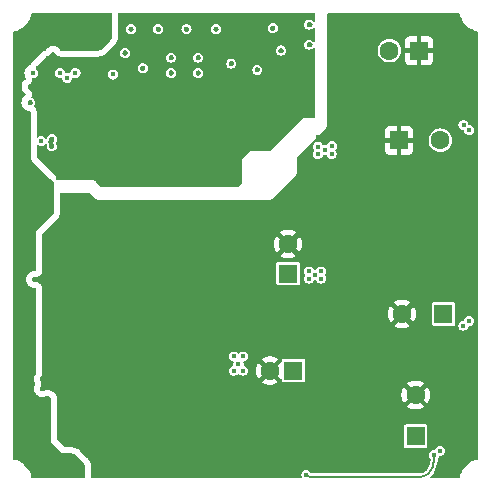
<source format=gbr>
%TF.GenerationSoftware,KiCad,Pcbnew,8.0.3*%
%TF.CreationDate,2024-07-17T22:09:12+02:00*%
%TF.ProjectId,CleanLVSupply,436c6561-6e4c-4565-9375-70706c792e6b,rev?*%
%TF.SameCoordinates,Original*%
%TF.FileFunction,Copper,L2,Inr*%
%TF.FilePolarity,Positive*%
%FSLAX46Y46*%
G04 Gerber Fmt 4.6, Leading zero omitted, Abs format (unit mm)*
G04 Created by KiCad (PCBNEW 8.0.3) date 2024-07-17 22:09:12*
%MOMM*%
%LPD*%
G01*
G04 APERTURE LIST*
%TA.AperFunction,Conductor*%
%ADD10C,0.000000*%
%TD*%
%TA.AperFunction,ComponentPad*%
%ADD11R,1.600000X1.600000*%
%TD*%
%TA.AperFunction,ComponentPad*%
%ADD12C,1.600000*%
%TD*%
%TA.AperFunction,ViaPad*%
%ADD13C,0.450000*%
%TD*%
%TA.AperFunction,Conductor*%
%ADD14C,0.200000*%
%TD*%
G04 APERTURE END LIST*
D10*
%TA.AperFunction,Conductor*%
%TO.N,+12V*%
G36*
X133800000Y-94700000D02*
G01*
X133800000Y-95600000D01*
X130300000Y-95600000D01*
X130300000Y-94400000D01*
X133500000Y-94400000D01*
X133800000Y-94700000D01*
G37*
%TD.AperFunction*%
%TD*%
D11*
%TO.N,GND*%
%TO.C,C18*%
X163000000Y-91100000D03*
D12*
%TO.N,-15V*%
X166500000Y-91100000D03*
%TD*%
D11*
%TO.N,+5V*%
%TO.C,C40*%
X164400000Y-116152651D03*
D12*
%TO.N,GND*%
X164400000Y-112652651D03*
%TD*%
D11*
%TO.N,Net-(C41-Pad1)*%
%TO.C,C41*%
X154055113Y-110600000D03*
D12*
%TO.N,GND*%
X152055113Y-110600000D03*
%TD*%
D11*
%TO.N,GND*%
%TO.C,C14*%
X164682380Y-83500000D03*
D12*
%TO.N,Net-(C14-Pad2)*%
X162182380Y-83500000D03*
%TD*%
D11*
%TO.N,Net-(C29-Pad1)*%
%TO.C,C29*%
X153600000Y-102382380D03*
D12*
%TO.N,GND*%
X153600000Y-99882380D03*
%TD*%
D11*
%TO.N,+15V*%
%TO.C,C28*%
X166752651Y-105800000D03*
D12*
%TO.N,GND*%
X163252651Y-105800000D03*
%TD*%
D13*
%TO.N,GND*%
X167500000Y-117100000D03*
X165100000Y-118700000D03*
%TO.N,Net-(J5-Pin_4)*%
X168943164Y-90223422D03*
X168453274Y-89804875D03*
%TO.N,Net-(J5-Pin_1)*%
X168450358Y-106790138D03*
X168945004Y-106371591D03*
%TO.N,/5V Supply/5V_SENSE*%
X166450000Y-117380000D03*
X165960000Y-117760000D03*
%TO.N,/-15V Supply/-17V_SW*%
X151000000Y-86700000D03*
X153720000Y-88080000D03*
X151470000Y-87940000D03*
X137600000Y-88400000D03*
X153760000Y-86100000D03*
X136500000Y-87300000D03*
X135680000Y-94100000D03*
X134200000Y-89500000D03*
X155400000Y-87600000D03*
X131770000Y-86560000D03*
X132700000Y-89600000D03*
X155400000Y-88600000D03*
X136500000Y-88400000D03*
X135300000Y-87300000D03*
X136500000Y-89500000D03*
X134250000Y-87380000D03*
X153740000Y-89230000D03*
X135300000Y-89500000D03*
X133710000Y-83860000D03*
X138800000Y-87100000D03*
X155400000Y-86600000D03*
X137600000Y-89500000D03*
X135300000Y-88400000D03*
X153710000Y-87120000D03*
X134200000Y-88400000D03*
X149600000Y-87080000D03*
X134600000Y-91200000D03*
X137600000Y-87300000D03*
%TO.N,Net-(U1-VCC)*%
X138800000Y-85525000D03*
%TO.N,Net-(U1-RAMP)*%
X132000000Y-85400000D03*
%TO.N,Net-(U1-SS)*%
X132700000Y-91175000D03*
%TO.N,Net-(U1-COMP)*%
X135600000Y-85400000D03*
%TO.N,Net-(U1-FB)*%
X134900000Y-85800000D03*
%TO.N,Net-(U2-EN)*%
X157300000Y-91600000D03*
X156120000Y-92259003D03*
X156120000Y-91630000D03*
X156700000Y-91925000D03*
X157280000Y-92230000D03*
%TO.N,Net-(U1-RT)*%
X134300000Y-85400000D03*
%TO.N,Net-(U4-EN)*%
X155900000Y-102500000D03*
X156400000Y-102200000D03*
X155400000Y-102800000D03*
X155400000Y-102200000D03*
X156400000Y-102800000D03*
%TO.N,Net-(U6-EN)*%
X149800000Y-110600000D03*
X149000000Y-110600000D03*
X149000000Y-109400000D03*
X149800000Y-109400000D03*
X149400000Y-110000000D03*
%TO.N,GND*%
X132800000Y-111300000D03*
X140300000Y-114700000D03*
X146000000Y-85400000D03*
X132800000Y-112120000D03*
X160000000Y-105300000D03*
X133600000Y-91000000D03*
X163200000Y-88900000D03*
X147500000Y-81700000D03*
X143700000Y-85400000D03*
X152300000Y-81600000D03*
X134400000Y-115900000D03*
X147300000Y-110060000D03*
X139700000Y-110500000D03*
X135770000Y-108040000D03*
X156020000Y-115400000D03*
X160400000Y-114500000D03*
X137600000Y-100700000D03*
X146670000Y-99550000D03*
X143480000Y-116880000D03*
X156130000Y-90830000D03*
X158800000Y-107700000D03*
X137920000Y-114030000D03*
X159600000Y-90000000D03*
X160800000Y-90000000D03*
X156000000Y-114700000D03*
X155090000Y-94140000D03*
X157600000Y-105300000D03*
X144690000Y-97570000D03*
X155540000Y-115050000D03*
X160000000Y-106500000D03*
X160800000Y-89400000D03*
X159600000Y-89400000D03*
X156700000Y-95000000D03*
X132160000Y-102880000D03*
X140300000Y-81700000D03*
X153210000Y-96200000D03*
X155100000Y-104790000D03*
X155400000Y-81300000D03*
X155080000Y-114690000D03*
X151000000Y-85125000D03*
X141300000Y-85000000D03*
X139800000Y-83700000D03*
X139300000Y-116500000D03*
X148800000Y-84600000D03*
X135400000Y-96800000D03*
X135580000Y-104390000D03*
X131760000Y-87900000D03*
X153000000Y-83500000D03*
X139700000Y-112600000D03*
X146000000Y-84100000D03*
X157300000Y-84450000D03*
X133580000Y-112110000D03*
X145140000Y-102320000D03*
X155400000Y-83000000D03*
X138900000Y-113900000D03*
X160200000Y-89700000D03*
X142600000Y-81700000D03*
X137250000Y-110600000D03*
X146750000Y-112850000D03*
X139700000Y-113300000D03*
X160000000Y-107700000D03*
X137400000Y-113300000D03*
X138200000Y-102300000D03*
X143700000Y-84100000D03*
X158800000Y-105300000D03*
X146170000Y-105070000D03*
X157600000Y-106500000D03*
X135400000Y-96000000D03*
X145400000Y-116000000D03*
X141410000Y-98310000D03*
X134700000Y-98400000D03*
X158820000Y-80980000D03*
X133600000Y-91600000D03*
X137600000Y-99900000D03*
X157600000Y-107700000D03*
X133570000Y-111300000D03*
X146910000Y-117030000D03*
X145000000Y-81700000D03*
X160800000Y-112700000D03*
X150630000Y-112560000D03*
X136800000Y-117500000D03*
X158800000Y-106500000D03*
X139700000Y-111300000D03*
X146050000Y-107600000D03*
X155080000Y-115410000D03*
X135300000Y-115900000D03*
X135700000Y-101000000D03*
%TO.N,+12V*%
X134300000Y-118600000D03*
X137100000Y-81200000D03*
X137500000Y-82800000D03*
X134800000Y-119200000D03*
X137100000Y-82200000D03*
X132800000Y-96300000D03*
X132200000Y-96700000D03*
X137600000Y-81700000D03*
X131780000Y-113200000D03*
X132800000Y-97200000D03*
X132324898Y-113446592D03*
X135300000Y-118600000D03*
X132830000Y-113130000D03*
X132830000Y-113790000D03*
X132200000Y-95800000D03*
X132300000Y-114100000D03*
X135800000Y-119200000D03*
X131803942Y-113786743D03*
%TO.N,/5V Supply/5V_SENSE*%
X155150000Y-119440000D03*
%TD*%
D14*
%TO.N,/5V Supply/5V_SENSE*%
X165960000Y-118141888D02*
X165960000Y-117760000D01*
X165420000Y-119370000D02*
X165473431Y-119316569D01*
X164864731Y-119600000D02*
G75*
G03*
X165419991Y-119369991I-31J785300D01*
G01*
X165473431Y-119316569D02*
G75*
G03*
X165960006Y-118141888I-1174631J1174669D01*
G01*
X155150000Y-119440000D02*
X155202289Y-119488985D01*
X155202289Y-119488985D02*
X155326322Y-119560598D01*
X155326322Y-119560598D02*
X155464663Y-119597671D01*
X155464663Y-119597671D02*
X155536274Y-119600000D01*
X155536274Y-119600000D02*
X164864731Y-119600000D01*
%TD*%
%TA.AperFunction,Conductor*%
%TO.N,/-15V Supply/-17V_SW*%
G36*
X155848653Y-80322174D02*
G01*
X155870326Y-80374481D01*
X155870378Y-80589961D01*
X155870472Y-80990055D01*
X155848810Y-81042386D01*
X155796489Y-81064072D01*
X155744158Y-81042410D01*
X155653219Y-80951471D01*
X155533126Y-80890281D01*
X155533126Y-80890280D01*
X155400000Y-80869196D01*
X155266873Y-80890280D01*
X155266873Y-80890281D01*
X155146780Y-80951471D01*
X155051471Y-81046780D01*
X154990281Y-81166873D01*
X154990280Y-81166873D01*
X154969196Y-81300000D01*
X154990280Y-81433126D01*
X155051471Y-81553219D01*
X155051472Y-81553220D01*
X155146780Y-81648528D01*
X155266873Y-81709718D01*
X155266873Y-81709719D01*
X155285075Y-81712601D01*
X155400000Y-81730804D01*
X155533126Y-81709719D01*
X155653220Y-81648528D01*
X155744294Y-81557453D01*
X155796619Y-81535780D01*
X155848945Y-81557454D01*
X155870619Y-81609762D01*
X155870875Y-82690457D01*
X155849213Y-82742789D01*
X155796893Y-82764475D01*
X155744561Y-82742813D01*
X155653219Y-82651471D01*
X155533126Y-82590281D01*
X155533126Y-82590280D01*
X155400000Y-82569196D01*
X155266873Y-82590280D01*
X155266873Y-82590281D01*
X155146780Y-82651471D01*
X155051471Y-82746780D01*
X154990281Y-82866873D01*
X154990280Y-82866873D01*
X154969196Y-83000000D01*
X154990280Y-83133126D01*
X155051471Y-83253219D01*
X155051472Y-83253220D01*
X155146780Y-83348528D01*
X155266873Y-83409718D01*
X155266873Y-83409719D01*
X155285075Y-83412601D01*
X155400000Y-83430804D01*
X155533126Y-83409719D01*
X155653220Y-83348528D01*
X155744697Y-83257050D01*
X155797022Y-83235377D01*
X155849348Y-83257051D01*
X155871022Y-83309359D01*
X155872402Y-89125982D01*
X155850740Y-89178313D01*
X155798420Y-89200000D01*
X154900000Y-89200000D01*
X152121674Y-91978326D01*
X152069348Y-92000000D01*
X150400000Y-92000000D01*
X149700000Y-92700000D01*
X149700000Y-94667648D01*
X149678326Y-94719974D01*
X149676252Y-94721969D01*
X149321265Y-95050364D01*
X149271028Y-95070043D01*
X137851651Y-95072428D01*
X137799457Y-95050900D01*
X137345773Y-94599748D01*
X137296537Y-94562078D01*
X137230986Y-94524233D01*
X137230978Y-94524229D01*
X137230976Y-94524228D01*
X137230969Y-94524225D01*
X137173094Y-94500252D01*
X137099976Y-94480660D01*
X137099977Y-94480660D01*
X137053552Y-94472995D01*
X137042229Y-94472253D01*
X137015697Y-94470514D01*
X136999926Y-94470000D01*
X136999919Y-94470000D01*
X134041212Y-94470912D01*
X133988879Y-94449254D01*
X133967189Y-94396935D01*
X133967236Y-94394270D01*
X133969065Y-94343079D01*
X133951211Y-94273126D01*
X133933484Y-94203669D01*
X133933483Y-94203668D01*
X133911812Y-94151350D01*
X133911809Y-94151342D01*
X133888454Y-94102527D01*
X133802229Y-93987345D01*
X132327174Y-92512290D01*
X132305500Y-92459964D01*
X132305500Y-91560900D01*
X132327174Y-91508574D01*
X132379500Y-91486900D01*
X132431826Y-91508574D01*
X132446780Y-91523528D01*
X132566873Y-91584718D01*
X132566873Y-91584719D01*
X132585075Y-91587601D01*
X132700000Y-91605804D01*
X132833126Y-91584719D01*
X132953220Y-91523528D01*
X133048528Y-91428220D01*
X133050990Y-91423386D01*
X133094052Y-91386603D01*
X133150515Y-91391042D01*
X133187301Y-91434106D01*
X133190014Y-91468555D01*
X133169196Y-91599999D01*
X133190280Y-91733126D01*
X133251471Y-91853219D01*
X133251472Y-91853220D01*
X133346780Y-91948528D01*
X133466873Y-92009718D01*
X133466873Y-92009719D01*
X133485075Y-92012601D01*
X133600000Y-92030804D01*
X133733126Y-92009719D01*
X133853220Y-91948528D01*
X133948528Y-91853220D01*
X134009719Y-91733126D01*
X134030804Y-91600000D01*
X134009719Y-91466874D01*
X134009719Y-91466873D01*
X133979685Y-91407929D01*
X133948528Y-91346780D01*
X133948523Y-91346775D01*
X133946140Y-91343494D01*
X133932920Y-91288421D01*
X133946140Y-91256506D01*
X133948521Y-91253226D01*
X133948528Y-91253220D01*
X134009719Y-91133126D01*
X134030804Y-91000000D01*
X134009719Y-90866874D01*
X134009719Y-90866873D01*
X133948528Y-90746780D01*
X133853219Y-90651471D01*
X133733126Y-90590281D01*
X133733126Y-90590280D01*
X133600000Y-90569196D01*
X133466873Y-90590280D01*
X133466873Y-90590281D01*
X133346780Y-90651471D01*
X133251471Y-90746780D01*
X133190281Y-90866873D01*
X133190280Y-90866874D01*
X133185660Y-90896049D01*
X133156067Y-90944340D01*
X133100995Y-90957562D01*
X133052704Y-90927969D01*
X133050974Y-90925148D01*
X133048527Y-90921779D01*
X132953219Y-90826471D01*
X132833126Y-90765281D01*
X132833126Y-90765280D01*
X132700000Y-90744196D01*
X132566873Y-90765280D01*
X132566873Y-90765281D01*
X132446780Y-90826471D01*
X132446779Y-90826472D01*
X132431826Y-90841426D01*
X132379500Y-90863100D01*
X132327174Y-90841426D01*
X132305500Y-90789100D01*
X132305500Y-88700728D01*
X132304843Y-88674964D01*
X132277134Y-88533777D01*
X132277134Y-88533775D01*
X132260990Y-88487637D01*
X132228755Y-88414600D01*
X132143120Y-88298979D01*
X132108201Y-88272559D01*
X132079551Y-88223704D01*
X132093839Y-88168899D01*
X132100521Y-88161226D01*
X132108528Y-88153220D01*
X132169719Y-88033126D01*
X132190804Y-87900000D01*
X132169719Y-87766874D01*
X132169719Y-87766873D01*
X132108528Y-87646780D01*
X132013221Y-87551473D01*
X132013220Y-87551472D01*
X131907713Y-87497713D01*
X131870932Y-87454647D01*
X131870863Y-87409127D01*
X131889584Y-87350906D01*
X131889585Y-87350902D01*
X131899072Y-87295065D01*
X131905681Y-87187191D01*
X131878691Y-87045865D01*
X131812977Y-86917868D01*
X131780202Y-86871677D01*
X131746574Y-86829288D01*
X131746573Y-86829287D01*
X131746570Y-86829283D01*
X131636888Y-86736187D01*
X131636881Y-86736181D01*
X131636872Y-86736175D01*
X131634749Y-86734619D01*
X131634979Y-86734304D01*
X131626067Y-86727195D01*
X131602802Y-86703930D01*
X131592470Y-86690974D01*
X131574965Y-86663115D01*
X131567776Y-86648186D01*
X131556911Y-86617137D01*
X131553226Y-86600990D01*
X131549541Y-86568280D01*
X131549541Y-86551715D01*
X131553226Y-86519005D01*
X131556911Y-86502862D01*
X131567778Y-86471805D01*
X131574962Y-86456887D01*
X131592472Y-86429020D01*
X131602796Y-86416074D01*
X131626075Y-86392795D01*
X131639026Y-86382468D01*
X131663455Y-86367120D01*
X131707669Y-86335918D01*
X131806780Y-86231618D01*
X131839554Y-86185427D01*
X131892314Y-86091103D01*
X131929314Y-85952061D01*
X131928156Y-85906692D01*
X131948488Y-85853830D01*
X131994511Y-85833375D01*
X131994248Y-85831715D01*
X132133126Y-85809719D01*
X132253220Y-85748528D01*
X132348528Y-85653220D01*
X132409719Y-85533126D01*
X132430804Y-85400000D01*
X133869196Y-85400000D01*
X133890280Y-85533126D01*
X133951471Y-85653219D01*
X133951472Y-85653220D01*
X134046780Y-85748528D01*
X134166873Y-85809718D01*
X134166873Y-85809719D01*
X134187958Y-85813058D01*
X134300000Y-85830804D01*
X134396725Y-85815484D01*
X134451797Y-85828706D01*
X134481390Y-85876996D01*
X134490281Y-85933126D01*
X134501835Y-85955803D01*
X134551472Y-86053220D01*
X134646780Y-86148528D01*
X134766873Y-86209718D01*
X134766873Y-86209719D01*
X134785075Y-86212601D01*
X134900000Y-86230804D01*
X135033126Y-86209719D01*
X135153220Y-86148528D01*
X135248528Y-86053220D01*
X135309719Y-85933126D01*
X135323607Y-85845435D01*
X135353200Y-85797146D01*
X135408272Y-85783924D01*
X135430290Y-85791078D01*
X135466873Y-85809718D01*
X135466873Y-85809719D01*
X135485075Y-85812601D01*
X135600000Y-85830804D01*
X135733126Y-85809719D01*
X135853220Y-85748528D01*
X135948528Y-85653220D01*
X136009719Y-85533126D01*
X136011006Y-85525000D01*
X138369196Y-85525000D01*
X138390280Y-85658126D01*
X138436343Y-85748528D01*
X138451472Y-85778220D01*
X138546780Y-85873528D01*
X138666873Y-85934718D01*
X138666873Y-85934719D01*
X138685075Y-85937601D01*
X138800000Y-85955804D01*
X138933126Y-85934719D01*
X139053220Y-85873528D01*
X139148528Y-85778220D01*
X139209719Y-85658126D01*
X139230804Y-85525000D01*
X139209719Y-85391874D01*
X139209719Y-85391873D01*
X139148528Y-85271780D01*
X139053219Y-85176471D01*
X138933126Y-85115281D01*
X138933126Y-85115280D01*
X138800000Y-85094196D01*
X138666873Y-85115280D01*
X138666873Y-85115281D01*
X138546780Y-85176471D01*
X138451471Y-85271780D01*
X138390281Y-85391873D01*
X138390280Y-85391873D01*
X138369196Y-85525000D01*
X136011006Y-85525000D01*
X136030804Y-85400000D01*
X136009719Y-85266874D01*
X136009719Y-85266873D01*
X135948528Y-85146780D01*
X135853219Y-85051471D01*
X135752201Y-85000000D01*
X140869196Y-85000000D01*
X140890280Y-85133126D01*
X140951471Y-85253219D01*
X140951472Y-85253220D01*
X141046780Y-85348528D01*
X141166873Y-85409718D01*
X141166873Y-85409719D01*
X141185075Y-85412601D01*
X141300000Y-85430804D01*
X141433126Y-85409719D01*
X141452201Y-85400000D01*
X143269196Y-85400000D01*
X143290280Y-85533126D01*
X143351471Y-85653219D01*
X143351472Y-85653220D01*
X143446780Y-85748528D01*
X143566873Y-85809718D01*
X143566873Y-85809719D01*
X143585075Y-85812601D01*
X143700000Y-85830804D01*
X143833126Y-85809719D01*
X143953220Y-85748528D01*
X144048528Y-85653220D01*
X144109719Y-85533126D01*
X144130804Y-85400000D01*
X145569196Y-85400000D01*
X145590280Y-85533126D01*
X145651471Y-85653219D01*
X145651472Y-85653220D01*
X145746780Y-85748528D01*
X145866873Y-85809718D01*
X145866873Y-85809719D01*
X145885075Y-85812601D01*
X146000000Y-85830804D01*
X146133126Y-85809719D01*
X146253220Y-85748528D01*
X146348528Y-85653220D01*
X146409719Y-85533126D01*
X146430804Y-85400000D01*
X146409719Y-85266874D01*
X146409719Y-85266873D01*
X146348528Y-85146780D01*
X146326748Y-85125000D01*
X150569196Y-85125000D01*
X150590280Y-85258126D01*
X150651471Y-85378219D01*
X150651472Y-85378220D01*
X150746780Y-85473528D01*
X150866873Y-85534718D01*
X150866873Y-85534719D01*
X150885075Y-85537601D01*
X151000000Y-85555804D01*
X151133126Y-85534719D01*
X151253220Y-85473528D01*
X151348528Y-85378220D01*
X151409719Y-85258126D01*
X151430804Y-85125000D01*
X151409719Y-84991874D01*
X151409719Y-84991873D01*
X151348528Y-84871780D01*
X151253219Y-84776471D01*
X151133126Y-84715281D01*
X151133126Y-84715280D01*
X151000000Y-84694196D01*
X150866873Y-84715280D01*
X150866873Y-84715281D01*
X150746780Y-84776471D01*
X150651471Y-84871780D01*
X150590281Y-84991873D01*
X150590280Y-84991873D01*
X150569196Y-85125000D01*
X146326748Y-85125000D01*
X146253219Y-85051471D01*
X146133126Y-84990281D01*
X146133126Y-84990280D01*
X146000000Y-84969196D01*
X145866873Y-84990280D01*
X145866873Y-84990281D01*
X145746780Y-85051471D01*
X145651471Y-85146780D01*
X145590281Y-85266873D01*
X145590280Y-85266873D01*
X145569196Y-85400000D01*
X144130804Y-85400000D01*
X144109719Y-85266874D01*
X144109719Y-85266873D01*
X144048528Y-85146780D01*
X143953219Y-85051471D01*
X143833126Y-84990281D01*
X143833126Y-84990280D01*
X143700000Y-84969196D01*
X143566873Y-84990280D01*
X143566873Y-84990281D01*
X143446780Y-85051471D01*
X143351471Y-85146780D01*
X143290281Y-85266873D01*
X143290280Y-85266873D01*
X143269196Y-85400000D01*
X141452201Y-85400000D01*
X141553220Y-85348528D01*
X141648528Y-85253220D01*
X141709719Y-85133126D01*
X141730804Y-85000000D01*
X141709719Y-84866874D01*
X141709719Y-84866873D01*
X141648528Y-84746780D01*
X141553219Y-84651471D01*
X141452201Y-84600000D01*
X148369196Y-84600000D01*
X148390280Y-84733126D01*
X148439442Y-84829610D01*
X148451472Y-84853220D01*
X148546780Y-84948528D01*
X148666873Y-85009718D01*
X148666873Y-85009719D01*
X148685075Y-85012601D01*
X148800000Y-85030804D01*
X148933126Y-85009719D01*
X149053220Y-84948528D01*
X149148528Y-84853220D01*
X149209719Y-84733126D01*
X149230804Y-84600000D01*
X149209719Y-84466874D01*
X149209719Y-84466873D01*
X149148528Y-84346780D01*
X149053219Y-84251471D01*
X148933126Y-84190281D01*
X148933126Y-84190280D01*
X148800000Y-84169196D01*
X148666873Y-84190280D01*
X148666873Y-84190281D01*
X148546780Y-84251471D01*
X148451471Y-84346780D01*
X148390281Y-84466873D01*
X148390280Y-84466873D01*
X148369196Y-84600000D01*
X141452201Y-84600000D01*
X141433126Y-84590281D01*
X141433126Y-84590280D01*
X141300000Y-84569196D01*
X141166873Y-84590280D01*
X141166873Y-84590281D01*
X141046780Y-84651471D01*
X140951471Y-84746780D01*
X140890281Y-84866873D01*
X140890280Y-84866873D01*
X140869196Y-85000000D01*
X135752201Y-85000000D01*
X135733126Y-84990281D01*
X135733126Y-84990280D01*
X135600000Y-84969196D01*
X135466873Y-84990280D01*
X135466873Y-84990281D01*
X135346780Y-85051471D01*
X135251471Y-85146780D01*
X135190281Y-85266873D01*
X135176392Y-85354563D01*
X135146799Y-85402854D01*
X135091726Y-85416075D01*
X135069710Y-85408921D01*
X135033126Y-85390281D01*
X135033124Y-85390280D01*
X135033123Y-85390280D01*
X134900000Y-85369196D01*
X134899999Y-85369196D01*
X134803272Y-85384515D01*
X134748200Y-85371293D01*
X134718608Y-85323002D01*
X134709719Y-85266874D01*
X134648528Y-85146780D01*
X134553220Y-85051472D01*
X134553219Y-85051471D01*
X134433126Y-84990281D01*
X134433126Y-84990280D01*
X134300000Y-84969196D01*
X134166873Y-84990280D01*
X134166873Y-84990281D01*
X134046780Y-85051471D01*
X133951471Y-85146780D01*
X133890281Y-85266873D01*
X133890280Y-85266873D01*
X133869196Y-85400000D01*
X132430804Y-85400000D01*
X132409719Y-85266874D01*
X132409719Y-85266873D01*
X132348528Y-85146780D01*
X132253222Y-85051474D01*
X132253220Y-85051472D01*
X132253217Y-85051470D01*
X132250571Y-85049548D01*
X132249423Y-85047675D01*
X132249102Y-85047354D01*
X132249179Y-85047276D01*
X132220978Y-85001257D01*
X132226753Y-84958941D01*
X132280730Y-84840748D01*
X132295714Y-84819169D01*
X132303891Y-84810993D01*
X132303890Y-84810992D01*
X132325562Y-84789322D01*
X132325565Y-84789317D01*
X132666354Y-84448528D01*
X133089318Y-84025563D01*
X133089328Y-84025559D01*
X133100254Y-84014631D01*
X133138706Y-83994264D01*
X133223977Y-83977983D01*
X133223978Y-83977982D01*
X133223980Y-83977982D01*
X133285772Y-83946261D01*
X133351977Y-83912275D01*
X133387883Y-83886800D01*
X133430285Y-83853163D01*
X133430288Y-83853160D01*
X133523391Y-83743475D01*
X133527738Y-83736556D01*
X133532472Y-83729021D01*
X133542799Y-83716071D01*
X133566074Y-83692796D01*
X133579020Y-83682472D01*
X133606887Y-83664962D01*
X133621805Y-83657778D01*
X133652862Y-83646911D01*
X133669005Y-83643226D01*
X133701718Y-83639541D01*
X133718280Y-83639541D01*
X133750990Y-83643226D01*
X133767137Y-83646911D01*
X133798189Y-83657777D01*
X133813113Y-83664964D01*
X133840970Y-83682468D01*
X133840974Y-83682470D01*
X133853930Y-83692802D01*
X133877194Y-83716066D01*
X133887524Y-83729019D01*
X133890851Y-83734314D01*
X133923646Y-83780535D01*
X133923665Y-83780560D01*
X133931358Y-83790206D01*
X133933984Y-83793499D01*
X133933989Y-83793504D01*
X134012014Y-83871929D01*
X134111243Y-83930804D01*
X134135756Y-83945348D01*
X134188082Y-83967022D01*
X134239111Y-83985024D01*
X134381527Y-84005500D01*
X134381533Y-84005500D01*
X137488055Y-84005500D01*
X137513320Y-84004672D01*
X137521099Y-84004418D01*
X137530758Y-84003785D01*
X137563684Y-84000542D01*
X137678627Y-83985409D01*
X137743485Y-83972507D01*
X137762144Y-83967507D01*
X137824749Y-83946255D01*
X137927339Y-83903761D01*
X137986630Y-83874523D01*
X138003361Y-83864864D01*
X138058355Y-83828120D01*
X138150328Y-83757546D01*
X138175903Y-83736556D01*
X138183180Y-83730174D01*
X138207316Y-83707567D01*
X138214883Y-83700000D01*
X139369196Y-83700000D01*
X139390280Y-83833126D01*
X139447923Y-83946255D01*
X139451472Y-83953220D01*
X139546780Y-84048528D01*
X139666873Y-84109718D01*
X139666873Y-84109719D01*
X139685075Y-84112601D01*
X139800000Y-84130804D01*
X139933126Y-84109719D01*
X139952201Y-84100000D01*
X143269196Y-84100000D01*
X143290280Y-84233126D01*
X143351471Y-84353219D01*
X143351472Y-84353220D01*
X143446780Y-84448528D01*
X143566873Y-84509718D01*
X143566873Y-84509719D01*
X143585075Y-84512601D01*
X143700000Y-84530804D01*
X143833126Y-84509719D01*
X143953220Y-84448528D01*
X144048528Y-84353220D01*
X144109719Y-84233126D01*
X144130804Y-84100000D01*
X145569196Y-84100000D01*
X145590280Y-84233126D01*
X145651471Y-84353219D01*
X145651472Y-84353220D01*
X145746780Y-84448528D01*
X145866873Y-84509718D01*
X145866873Y-84509719D01*
X145885075Y-84512601D01*
X146000000Y-84530804D01*
X146133126Y-84509719D01*
X146253220Y-84448528D01*
X146348528Y-84353220D01*
X146409719Y-84233126D01*
X146430804Y-84100000D01*
X146412594Y-83985023D01*
X146409719Y-83966873D01*
X146348528Y-83846780D01*
X146253219Y-83751471D01*
X146133126Y-83690281D01*
X146133126Y-83690280D01*
X146000000Y-83669196D01*
X145866873Y-83690280D01*
X145866873Y-83690281D01*
X145746780Y-83751471D01*
X145651471Y-83846780D01*
X145590281Y-83966873D01*
X145590280Y-83966873D01*
X145569196Y-84100000D01*
X144130804Y-84100000D01*
X144112594Y-83985023D01*
X144109719Y-83966873D01*
X144048528Y-83846780D01*
X143953219Y-83751471D01*
X143833126Y-83690281D01*
X143833126Y-83690280D01*
X143700000Y-83669196D01*
X143566873Y-83690280D01*
X143566873Y-83690281D01*
X143446780Y-83751471D01*
X143351471Y-83846780D01*
X143290281Y-83966873D01*
X143290280Y-83966873D01*
X143269196Y-84100000D01*
X139952201Y-84100000D01*
X140053220Y-84048528D01*
X140148528Y-83953220D01*
X140209719Y-83833126D01*
X140230804Y-83700000D01*
X140209719Y-83566874D01*
X140209719Y-83566873D01*
X140175645Y-83500000D01*
X152569196Y-83500000D01*
X152590280Y-83633126D01*
X152650581Y-83751472D01*
X152651472Y-83753220D01*
X152746780Y-83848528D01*
X152866873Y-83909718D01*
X152866873Y-83909719D01*
X152882993Y-83912272D01*
X153000000Y-83930804D01*
X153133126Y-83909719D01*
X153253220Y-83848528D01*
X153348528Y-83753220D01*
X153409719Y-83633126D01*
X153430804Y-83500000D01*
X153409719Y-83366874D01*
X153409719Y-83366873D01*
X153348528Y-83246780D01*
X153253219Y-83151471D01*
X153133126Y-83090281D01*
X153133126Y-83090280D01*
X153000000Y-83069196D01*
X152866873Y-83090280D01*
X152866873Y-83090281D01*
X152746780Y-83151471D01*
X152651471Y-83246780D01*
X152590281Y-83366873D01*
X152590280Y-83366873D01*
X152569196Y-83500000D01*
X140175645Y-83500000D01*
X140148528Y-83446780D01*
X140053219Y-83351471D01*
X139933126Y-83290281D01*
X139933126Y-83290280D01*
X139800000Y-83269196D01*
X139666873Y-83290280D01*
X139666873Y-83290281D01*
X139546780Y-83351471D01*
X139451471Y-83446780D01*
X139390281Y-83566873D01*
X139390280Y-83566873D01*
X139369196Y-83700000D01*
X138214883Y-83700000D01*
X138907567Y-83007316D01*
X138930174Y-82983180D01*
X138936556Y-82975903D01*
X138957546Y-82950328D01*
X139028120Y-82858355D01*
X139064864Y-82803361D01*
X139074523Y-82786630D01*
X139103761Y-82727339D01*
X139146255Y-82624749D01*
X139167507Y-82562144D01*
X139172507Y-82543485D01*
X139185409Y-82478627D01*
X139200542Y-82363684D01*
X139203785Y-82330758D01*
X139204418Y-82321099D01*
X139205500Y-82288042D01*
X139205500Y-81700000D01*
X139869196Y-81700000D01*
X139890280Y-81833126D01*
X139949081Y-81948528D01*
X139951472Y-81953220D01*
X140046780Y-82048528D01*
X140166873Y-82109718D01*
X140166873Y-82109719D01*
X140185075Y-82112601D01*
X140300000Y-82130804D01*
X140433126Y-82109719D01*
X140553220Y-82048528D01*
X140648528Y-81953220D01*
X140709719Y-81833126D01*
X140730804Y-81700000D01*
X142169196Y-81700000D01*
X142190280Y-81833126D01*
X142249081Y-81948528D01*
X142251472Y-81953220D01*
X142346780Y-82048528D01*
X142466873Y-82109718D01*
X142466873Y-82109719D01*
X142485075Y-82112601D01*
X142600000Y-82130804D01*
X142733126Y-82109719D01*
X142853220Y-82048528D01*
X142948528Y-81953220D01*
X143009719Y-81833126D01*
X143030804Y-81700000D01*
X144569196Y-81700000D01*
X144590280Y-81833126D01*
X144649081Y-81948528D01*
X144651472Y-81953220D01*
X144746780Y-82048528D01*
X144866873Y-82109718D01*
X144866873Y-82109719D01*
X144885075Y-82112601D01*
X145000000Y-82130804D01*
X145133126Y-82109719D01*
X145253220Y-82048528D01*
X145348528Y-81953220D01*
X145409719Y-81833126D01*
X145430804Y-81700000D01*
X147069196Y-81700000D01*
X147090280Y-81833126D01*
X147149081Y-81948528D01*
X147151472Y-81953220D01*
X147246780Y-82048528D01*
X147366873Y-82109718D01*
X147366873Y-82109719D01*
X147385075Y-82112601D01*
X147500000Y-82130804D01*
X147633126Y-82109719D01*
X147753220Y-82048528D01*
X147848528Y-81953220D01*
X147909719Y-81833126D01*
X147930804Y-81700000D01*
X147914966Y-81600000D01*
X151869196Y-81600000D01*
X151890280Y-81733126D01*
X151951471Y-81853219D01*
X151951472Y-81853220D01*
X152046780Y-81948528D01*
X152166873Y-82009718D01*
X152166873Y-82009719D01*
X152185075Y-82012601D01*
X152300000Y-82030804D01*
X152433126Y-82009719D01*
X152553220Y-81948528D01*
X152648528Y-81853220D01*
X152709719Y-81733126D01*
X152730804Y-81600000D01*
X152709719Y-81466874D01*
X152709719Y-81466873D01*
X152648528Y-81346780D01*
X152553219Y-81251471D01*
X152433126Y-81190281D01*
X152433126Y-81190280D01*
X152300000Y-81169196D01*
X152166873Y-81190280D01*
X152166873Y-81190281D01*
X152046780Y-81251471D01*
X151951471Y-81346780D01*
X151890281Y-81466873D01*
X151890280Y-81466873D01*
X151869196Y-81600000D01*
X147914966Y-81600000D01*
X147909719Y-81566874D01*
X147909719Y-81566873D01*
X147848528Y-81446780D01*
X147753219Y-81351471D01*
X147633126Y-81290281D01*
X147633126Y-81290280D01*
X147500000Y-81269196D01*
X147366873Y-81290280D01*
X147366873Y-81290281D01*
X147246780Y-81351471D01*
X147151471Y-81446780D01*
X147090281Y-81566873D01*
X147090280Y-81566873D01*
X147069196Y-81700000D01*
X145430804Y-81700000D01*
X145409719Y-81566874D01*
X145409719Y-81566873D01*
X145348528Y-81446780D01*
X145253219Y-81351471D01*
X145133126Y-81290281D01*
X145133126Y-81290280D01*
X145000000Y-81269196D01*
X144866873Y-81290280D01*
X144866873Y-81290281D01*
X144746780Y-81351471D01*
X144651471Y-81446780D01*
X144590281Y-81566873D01*
X144590280Y-81566873D01*
X144569196Y-81700000D01*
X143030804Y-81700000D01*
X143009719Y-81566874D01*
X143009719Y-81566873D01*
X142948528Y-81446780D01*
X142853219Y-81351471D01*
X142733126Y-81290281D01*
X142733126Y-81290280D01*
X142600000Y-81269196D01*
X142466873Y-81290280D01*
X142466873Y-81290281D01*
X142346780Y-81351471D01*
X142251471Y-81446780D01*
X142190281Y-81566873D01*
X142190280Y-81566873D01*
X142169196Y-81700000D01*
X140730804Y-81700000D01*
X140709719Y-81566874D01*
X140709719Y-81566873D01*
X140648528Y-81446780D01*
X140553219Y-81351471D01*
X140433126Y-81290281D01*
X140433126Y-81290280D01*
X140300000Y-81269196D01*
X140166873Y-81290280D01*
X140166873Y-81290281D01*
X140046780Y-81351471D01*
X139951471Y-81446780D01*
X139890281Y-81566873D01*
X139890280Y-81566873D01*
X139869196Y-81700000D01*
X139205500Y-81700000D01*
X139205500Y-80504850D01*
X139204418Y-80471793D01*
X139203785Y-80462134D01*
X139200542Y-80429209D01*
X139194611Y-80384159D01*
X139209270Y-80329452D01*
X139258319Y-80301133D01*
X139267978Y-80300500D01*
X155796327Y-80300500D01*
X155848653Y-80322174D01*
G37*
%TD.AperFunction*%
%TD*%
%TA.AperFunction,Conductor*%
%TO.N,GND*%
G36*
X168110092Y-80322174D02*
G01*
X168131133Y-80364845D01*
X168132015Y-80371552D01*
X168132016Y-80371557D01*
X168196497Y-80612205D01*
X168291834Y-80842369D01*
X168291835Y-80842372D01*
X168416398Y-81058123D01*
X168416402Y-81058129D01*
X168509546Y-81179516D01*
X168568062Y-81255776D01*
X168744224Y-81431938D01*
X168792621Y-81469074D01*
X168941870Y-81583597D01*
X168941876Y-81583601D01*
X169107588Y-81679274D01*
X169157627Y-81708164D01*
X169387793Y-81803502D01*
X169628435Y-81867982D01*
X169628437Y-81867982D01*
X169628440Y-81867983D01*
X169628439Y-81867983D01*
X169635156Y-81868867D01*
X169684207Y-81897184D01*
X169699500Y-81942234D01*
X169699500Y-118057765D01*
X169677826Y-118110091D01*
X169635163Y-118131131D01*
X169628450Y-118132015D01*
X169628442Y-118132016D01*
X169387794Y-118196497D01*
X169157630Y-118291834D01*
X169157627Y-118291835D01*
X168941876Y-118416398D01*
X168941870Y-118416402D01*
X168744223Y-118568062D01*
X168568062Y-118744223D01*
X168416402Y-118941870D01*
X168416398Y-118941876D01*
X168291835Y-119157627D01*
X168291834Y-119157630D01*
X168196497Y-119387794D01*
X168132016Y-119628442D01*
X168132015Y-119628447D01*
X168131133Y-119635155D01*
X168102817Y-119684206D01*
X168057766Y-119699500D01*
X165694124Y-119699500D01*
X165641798Y-119677826D01*
X165620124Y-119625500D01*
X165641797Y-119573175D01*
X165647071Y-119567899D01*
X165666140Y-119548831D01*
X165713891Y-119501080D01*
X165713892Y-119501077D01*
X165717506Y-119497464D01*
X165717551Y-119497411D01*
X165776830Y-119438135D01*
X165933382Y-119234117D01*
X166061965Y-119011411D01*
X166160377Y-118773825D01*
X166226935Y-118525427D01*
X166260501Y-118270466D01*
X166260500Y-118141886D01*
X166260500Y-118094291D01*
X166260500Y-118091899D01*
X166282174Y-118039574D01*
X166282175Y-118039573D01*
X166308528Y-118013220D01*
X166369719Y-117893126D01*
X166372870Y-117873228D01*
X166402462Y-117824938D01*
X166445959Y-117810804D01*
X166450000Y-117810804D01*
X166583126Y-117789719D01*
X166703220Y-117728528D01*
X166798528Y-117633220D01*
X166859719Y-117513126D01*
X166880804Y-117380000D01*
X166859719Y-117246874D01*
X166859719Y-117246873D01*
X166798528Y-117126780D01*
X166703219Y-117031471D01*
X166583126Y-116970281D01*
X166583126Y-116970280D01*
X166450000Y-116949196D01*
X166316873Y-116970280D01*
X166316873Y-116970281D01*
X166196780Y-117031471D01*
X166101471Y-117126780D01*
X166040281Y-117246873D01*
X166037129Y-117266773D01*
X166007535Y-117315064D01*
X165964040Y-117329196D01*
X165960000Y-117329196D01*
X165826873Y-117350280D01*
X165826873Y-117350281D01*
X165706780Y-117411471D01*
X165611471Y-117506780D01*
X165550281Y-117626873D01*
X165550280Y-117626873D01*
X165529196Y-117760000D01*
X165550280Y-117893126D01*
X165611471Y-118013219D01*
X165637825Y-118039573D01*
X165659499Y-118091899D01*
X165659499Y-118139462D01*
X165659341Y-118144301D01*
X165648177Y-118314665D01*
X165646913Y-118324263D01*
X165614081Y-118489316D01*
X165611576Y-118498665D01*
X165557478Y-118658033D01*
X165553773Y-118666977D01*
X165479340Y-118817909D01*
X165474500Y-118826292D01*
X165381001Y-118966220D01*
X165375109Y-118973899D01*
X165262484Y-119102320D01*
X165259174Y-119105854D01*
X165227293Y-119137735D01*
X165227291Y-119137736D01*
X165210082Y-119154944D01*
X165204703Y-119159820D01*
X165139684Y-119213180D01*
X165127623Y-119221239D01*
X165056664Y-119259168D01*
X165043263Y-119264719D01*
X164966268Y-119288078D01*
X164952041Y-119290908D01*
X164868465Y-119299143D01*
X164861209Y-119299500D01*
X155601309Y-119299500D01*
X155548983Y-119277826D01*
X155535375Y-119259095D01*
X155498529Y-119186781D01*
X155403219Y-119091471D01*
X155283126Y-119030281D01*
X155283126Y-119030280D01*
X155150000Y-119009196D01*
X155016873Y-119030280D01*
X155016873Y-119030281D01*
X154896780Y-119091471D01*
X154801471Y-119186780D01*
X154740281Y-119306873D01*
X154740280Y-119306873D01*
X154719196Y-119440000D01*
X154740280Y-119573123D01*
X154740280Y-119573124D01*
X154740281Y-119573126D01*
X154749850Y-119591906D01*
X154754293Y-119648368D01*
X154717510Y-119691435D01*
X154683915Y-119699500D01*
X136967978Y-119699500D01*
X136915652Y-119677826D01*
X136893978Y-119625500D01*
X136894611Y-119615841D01*
X136900541Y-119570797D01*
X136900542Y-119570790D01*
X136903785Y-119537865D01*
X136904418Y-119528206D01*
X136905306Y-119501080D01*
X136905500Y-119495162D01*
X136905500Y-118711943D01*
X136904418Y-118678903D01*
X136903786Y-118669259D01*
X136903785Y-118669241D01*
X136900542Y-118636315D01*
X136885409Y-118521372D01*
X136872507Y-118456514D01*
X136867507Y-118437855D01*
X136846255Y-118375250D01*
X136803761Y-118272660D01*
X136774524Y-118213371D01*
X136764868Y-118196645D01*
X136728124Y-118141651D01*
X136657542Y-118049667D01*
X136636544Y-118024082D01*
X136630167Y-118016811D01*
X136607567Y-117992683D01*
X136007316Y-117392432D01*
X135983185Y-117369829D01*
X135975915Y-117363453D01*
X135950333Y-117342458D01*
X135950332Y-117342457D01*
X135950322Y-117342449D01*
X135904339Y-117307166D01*
X135858346Y-117271874D01*
X135803355Y-117235131D01*
X135803352Y-117235129D01*
X135803341Y-117235122D01*
X135786646Y-117225484D01*
X135786611Y-117225465D01*
X135727346Y-117196241D01*
X135727330Y-117196234D01*
X135624752Y-117153745D01*
X135624733Y-117153738D01*
X135562166Y-117132498D01*
X135562165Y-117132497D01*
X135562157Y-117132495D01*
X135543500Y-117127495D01*
X135478624Y-117114589D01*
X135478620Y-117114588D01*
X135478607Y-117114586D01*
X135363684Y-117099457D01*
X135330742Y-117096213D01*
X135321095Y-117095581D01*
X135288055Y-117094500D01*
X135288042Y-117094500D01*
X134740036Y-117094500D01*
X134687710Y-117072826D01*
X134027174Y-116412290D01*
X134005500Y-116359964D01*
X134005500Y-115332904D01*
X163399500Y-115332904D01*
X163399500Y-116972397D01*
X163411133Y-117030883D01*
X163411527Y-117031472D01*
X163455448Y-117097203D01*
X163481463Y-117114586D01*
X163521767Y-117141517D01*
X163521768Y-117141517D01*
X163521769Y-117141518D01*
X163580252Y-117153151D01*
X163580254Y-117153151D01*
X165219746Y-117153151D01*
X165219748Y-117153151D01*
X165278231Y-117141518D01*
X165344552Y-117097203D01*
X165388867Y-117030882D01*
X165400500Y-116972399D01*
X165400500Y-115332903D01*
X165388867Y-115274420D01*
X165344552Y-115208099D01*
X165322343Y-115193259D01*
X165278232Y-115163784D01*
X165278233Y-115163784D01*
X165248989Y-115157967D01*
X165219748Y-115152151D01*
X163580252Y-115152151D01*
X163551010Y-115157967D01*
X163521767Y-115163784D01*
X163455449Y-115208098D01*
X163455447Y-115208100D01*
X163411133Y-115274418D01*
X163399500Y-115332904D01*
X134005500Y-115332904D01*
X134005500Y-112911945D01*
X134004419Y-112878913D01*
X134004103Y-112874096D01*
X134003786Y-112869250D01*
X134000540Y-112836295D01*
X133998568Y-112821321D01*
X133962582Y-112689507D01*
X133947071Y-112653031D01*
X133946886Y-112652647D01*
X163194859Y-112652647D01*
X163194859Y-112652654D01*
X163215377Y-112874083D01*
X163215379Y-112874096D01*
X163276237Y-113087993D01*
X163276239Y-113087997D01*
X163375368Y-113287077D01*
X163375370Y-113287080D01*
X163421560Y-113348245D01*
X164013629Y-112756176D01*
X164027259Y-112807045D01*
X164079920Y-112898257D01*
X164154394Y-112972731D01*
X164245606Y-113025392D01*
X164296472Y-113039021D01*
X163703000Y-113632492D01*
X163862817Y-113731445D01*
X163862827Y-113731450D01*
X164070194Y-113811785D01*
X164288800Y-113852650D01*
X164288806Y-113852651D01*
X164511194Y-113852651D01*
X164511199Y-113852650D01*
X164729805Y-113811785D01*
X164937172Y-113731450D01*
X164937182Y-113731445D01*
X165096997Y-113632491D01*
X164503527Y-113039021D01*
X164554394Y-113025392D01*
X164645606Y-112972731D01*
X164720080Y-112898257D01*
X164772741Y-112807045D01*
X164786370Y-112756178D01*
X165378438Y-113348246D01*
X165424629Y-113287079D01*
X165424631Y-113287077D01*
X165523760Y-113087997D01*
X165523762Y-113087993D01*
X165584620Y-112874096D01*
X165584622Y-112874083D01*
X165605141Y-112652654D01*
X165605141Y-112652647D01*
X165584622Y-112431218D01*
X165584620Y-112431205D01*
X165523762Y-112217308D01*
X165523760Y-112217304D01*
X165424631Y-112018224D01*
X165424629Y-112018221D01*
X165378437Y-111957054D01*
X164786370Y-112549122D01*
X164772741Y-112498257D01*
X164720080Y-112407045D01*
X164645606Y-112332571D01*
X164554394Y-112279910D01*
X164503525Y-112266280D01*
X165096998Y-111672808D01*
X164937182Y-111573856D01*
X164937172Y-111573851D01*
X164729805Y-111493516D01*
X164511199Y-111452651D01*
X164288800Y-111452651D01*
X164070194Y-111493516D01*
X163862827Y-111573851D01*
X163862817Y-111573856D01*
X163703000Y-111672808D01*
X164296472Y-112266280D01*
X164245606Y-112279910D01*
X164154394Y-112332571D01*
X164079920Y-112407045D01*
X164027259Y-112498257D01*
X164013629Y-112549123D01*
X163421560Y-111957054D01*
X163375368Y-112018225D01*
X163375367Y-112018228D01*
X163276239Y-112217304D01*
X163276237Y-112217308D01*
X163215379Y-112431205D01*
X163215377Y-112431218D01*
X163194859Y-112652647D01*
X133946886Y-112652647D01*
X133926783Y-112610857D01*
X133841148Y-112495236D01*
X133726408Y-112408424D01*
X133726403Y-112408421D01*
X133726400Y-112408419D01*
X133676844Y-112381030D01*
X133676828Y-112381022D01*
X133628118Y-112357412D01*
X133628112Y-112357410D01*
X133602990Y-112350862D01*
X133597215Y-112349103D01*
X133512516Y-112319466D01*
X133473876Y-112305945D01*
X133464355Y-112301844D01*
X133430759Y-112284488D01*
X133430758Y-112284487D01*
X133407869Y-112275007D01*
X133407865Y-112275005D01*
X133287652Y-112243670D01*
X133273577Y-112240001D01*
X133273576Y-112240001D01*
X133273573Y-112240000D01*
X133129748Y-112243670D01*
X133129743Y-112243670D01*
X133073912Y-112253157D01*
X133021118Y-112265066D01*
X132911293Y-112313875D01*
X132905682Y-112316099D01*
X132857138Y-112333086D01*
X132840979Y-112336774D01*
X132808282Y-112340457D01*
X132791716Y-112340457D01*
X132759019Y-112336774D01*
X132742864Y-112333087D01*
X132719013Y-112324741D01*
X132711806Y-112322219D01*
X132696879Y-112315030D01*
X132669024Y-112297528D01*
X132656068Y-112287196D01*
X132632802Y-112263930D01*
X132622470Y-112250974D01*
X132604965Y-112223115D01*
X132597776Y-112208186D01*
X132586911Y-112177137D01*
X132583226Y-112160990D01*
X132579541Y-112128280D01*
X132579541Y-112111715D01*
X132583226Y-112079005D01*
X132586910Y-112062864D01*
X132597788Y-112031776D01*
X132603380Y-112019515D01*
X132604042Y-112018354D01*
X132604064Y-112018320D01*
X132643072Y-111942814D01*
X132652559Y-111919910D01*
X132687563Y-111785624D01*
X132683895Y-111641791D01*
X132674408Y-111585955D01*
X132662500Y-111533164D01*
X132604067Y-111401684D01*
X132604057Y-111401669D01*
X132602824Y-111399353D01*
X132603086Y-111399213D01*
X132597776Y-111388186D01*
X132586911Y-111357135D01*
X132583226Y-111340990D01*
X132579541Y-111308280D01*
X132579541Y-111291715D01*
X132583226Y-111259005D01*
X132586911Y-111242862D01*
X132597778Y-111211805D01*
X132604962Y-111196887D01*
X132622474Y-111169016D01*
X132632808Y-111156062D01*
X132635768Y-111153103D01*
X132635782Y-111153087D01*
X132635793Y-111153076D01*
X132652194Y-111134816D01*
X132671928Y-111112848D01*
X132745346Y-110989110D01*
X132752127Y-110972741D01*
X132767016Y-110936794D01*
X132767020Y-110936785D01*
X132785024Y-110885752D01*
X132805500Y-110743336D01*
X132805500Y-109400000D01*
X148569196Y-109400000D01*
X148590280Y-109533126D01*
X148651471Y-109653219D01*
X148651472Y-109653220D01*
X148746780Y-109748528D01*
X148866874Y-109809719D01*
X148923002Y-109818608D01*
X148971293Y-109848200D01*
X148984515Y-109903272D01*
X148969196Y-109999998D01*
X148969196Y-110000000D01*
X148984515Y-110096726D01*
X148971293Y-110151799D01*
X148923002Y-110181391D01*
X148866874Y-110190280D01*
X148866873Y-110190281D01*
X148746780Y-110251471D01*
X148651471Y-110346780D01*
X148590281Y-110466873D01*
X148590280Y-110466873D01*
X148569196Y-110600000D01*
X148590280Y-110733126D01*
X148647592Y-110845606D01*
X148651472Y-110853220D01*
X148746780Y-110948528D01*
X148866873Y-111009718D01*
X148866873Y-111009719D01*
X148885075Y-111012601D01*
X149000000Y-111030804D01*
X149133126Y-111009719D01*
X149253220Y-110948528D01*
X149347674Y-110854074D01*
X149400000Y-110832400D01*
X149452326Y-110854074D01*
X149546780Y-110948528D01*
X149666873Y-111009718D01*
X149666873Y-111009719D01*
X149685075Y-111012601D01*
X149800000Y-111030804D01*
X149933126Y-111009719D01*
X150053220Y-110948528D01*
X150148528Y-110853220D01*
X150209719Y-110733126D01*
X150230804Y-110600000D01*
X150230803Y-110599996D01*
X150849972Y-110599996D01*
X150849972Y-110600003D01*
X150870490Y-110821432D01*
X150870492Y-110821445D01*
X150931350Y-111035342D01*
X150931352Y-111035346D01*
X151030481Y-111234426D01*
X151030483Y-111234429D01*
X151076673Y-111295594D01*
X151668742Y-110703525D01*
X151682372Y-110754394D01*
X151735033Y-110845606D01*
X151809507Y-110920080D01*
X151900719Y-110972741D01*
X151951585Y-110986370D01*
X151358113Y-111579841D01*
X151517930Y-111678794D01*
X151517940Y-111678799D01*
X151725307Y-111759134D01*
X151943913Y-111799999D01*
X151943919Y-111800000D01*
X152166307Y-111800000D01*
X152166312Y-111799999D01*
X152384918Y-111759134D01*
X152592285Y-111678799D01*
X152592295Y-111678794D01*
X152752110Y-111579840D01*
X152158640Y-110986370D01*
X152209507Y-110972741D01*
X152300719Y-110920080D01*
X152375193Y-110845606D01*
X152427854Y-110754394D01*
X152441483Y-110703527D01*
X153032939Y-111294983D01*
X153054613Y-111347309D01*
X153054613Y-111419746D01*
X153066246Y-111478232D01*
X153076459Y-111493516D01*
X153110561Y-111544552D01*
X153154409Y-111573851D01*
X153176880Y-111588866D01*
X153176881Y-111588866D01*
X153176882Y-111588867D01*
X153235365Y-111600500D01*
X153235367Y-111600500D01*
X154874859Y-111600500D01*
X154874861Y-111600500D01*
X154933344Y-111588867D01*
X154999665Y-111544552D01*
X155043980Y-111478231D01*
X155055613Y-111419748D01*
X155055613Y-109780252D01*
X155043980Y-109721769D01*
X154999665Y-109655448D01*
X154977456Y-109640608D01*
X154933345Y-109611133D01*
X154933346Y-109611133D01*
X154904102Y-109605316D01*
X154874861Y-109599500D01*
X153235365Y-109599500D01*
X153206123Y-109605316D01*
X153176880Y-109611133D01*
X153110562Y-109655447D01*
X153110560Y-109655449D01*
X153066246Y-109721767D01*
X153054613Y-109780253D01*
X153054613Y-109852690D01*
X153032939Y-109905016D01*
X152441483Y-110496471D01*
X152427854Y-110445606D01*
X152375193Y-110354394D01*
X152300719Y-110279920D01*
X152209507Y-110227259D01*
X152158638Y-110213629D01*
X152752111Y-109620157D01*
X152592295Y-109521205D01*
X152592285Y-109521200D01*
X152384918Y-109440865D01*
X152166312Y-109400000D01*
X151943913Y-109400000D01*
X151725307Y-109440865D01*
X151517940Y-109521200D01*
X151517930Y-109521205D01*
X151358113Y-109620157D01*
X151951585Y-110213629D01*
X151900719Y-110227259D01*
X151809507Y-110279920D01*
X151735033Y-110354394D01*
X151682372Y-110445606D01*
X151668742Y-110496472D01*
X151076673Y-109904403D01*
X151030481Y-109965574D01*
X151030480Y-109965577D01*
X150931352Y-110164653D01*
X150931350Y-110164657D01*
X150870492Y-110378554D01*
X150870490Y-110378567D01*
X150849972Y-110599996D01*
X150230803Y-110599996D01*
X150209719Y-110466874D01*
X150209719Y-110466873D01*
X150148528Y-110346780D01*
X150053219Y-110251471D01*
X149933126Y-110190281D01*
X149876996Y-110181390D01*
X149828705Y-110151796D01*
X149815484Y-110096725D01*
X149830804Y-110000000D01*
X149815484Y-109903272D01*
X149828706Y-109848201D01*
X149876994Y-109818609D01*
X149933126Y-109809719D01*
X150053220Y-109748528D01*
X150148528Y-109653220D01*
X150209719Y-109533126D01*
X150230804Y-109400000D01*
X150209719Y-109266874D01*
X150209719Y-109266873D01*
X150148528Y-109146780D01*
X150053219Y-109051471D01*
X149933126Y-108990281D01*
X149933126Y-108990280D01*
X149800000Y-108969196D01*
X149666873Y-108990280D01*
X149666873Y-108990281D01*
X149546780Y-109051471D01*
X149546779Y-109051472D01*
X149452326Y-109145926D01*
X149400000Y-109167600D01*
X149347674Y-109145926D01*
X149253219Y-109051471D01*
X149133126Y-108990281D01*
X149133126Y-108990280D01*
X149000000Y-108969196D01*
X148866873Y-108990280D01*
X148866873Y-108990281D01*
X148746780Y-109051471D01*
X148651471Y-109146780D01*
X148590281Y-109266873D01*
X148590280Y-109266873D01*
X148569196Y-109400000D01*
X132805500Y-109400000D01*
X132805500Y-105799996D01*
X162047510Y-105799996D01*
X162047510Y-105800003D01*
X162068028Y-106021432D01*
X162068030Y-106021445D01*
X162128888Y-106235342D01*
X162128890Y-106235346D01*
X162228019Y-106434426D01*
X162228021Y-106434429D01*
X162274211Y-106495594D01*
X162866280Y-105903525D01*
X162879910Y-105954394D01*
X162932571Y-106045606D01*
X163007045Y-106120080D01*
X163098257Y-106172741D01*
X163149123Y-106186370D01*
X162555651Y-106779841D01*
X162715468Y-106878794D01*
X162715478Y-106878799D01*
X162922845Y-106959134D01*
X163141451Y-106999999D01*
X163141457Y-107000000D01*
X163363845Y-107000000D01*
X163363850Y-106999999D01*
X163582456Y-106959134D01*
X163789823Y-106878799D01*
X163789833Y-106878794D01*
X163949648Y-106779840D01*
X163356178Y-106186370D01*
X163407045Y-106172741D01*
X163498257Y-106120080D01*
X163572731Y-106045606D01*
X163625392Y-105954394D01*
X163639021Y-105903527D01*
X164231089Y-106495595D01*
X164277280Y-106434428D01*
X164277282Y-106434426D01*
X164376411Y-106235346D01*
X164376413Y-106235342D01*
X164437271Y-106021445D01*
X164437273Y-106021432D01*
X164457792Y-105800003D01*
X164457792Y-105799996D01*
X164437273Y-105578567D01*
X164437271Y-105578554D01*
X164376413Y-105364657D01*
X164376411Y-105364653D01*
X164277282Y-105165573D01*
X164277280Y-105165570D01*
X164231088Y-105104403D01*
X163639021Y-105696471D01*
X163625392Y-105645606D01*
X163572731Y-105554394D01*
X163498257Y-105479920D01*
X163407045Y-105427259D01*
X163356176Y-105413629D01*
X163789553Y-104980253D01*
X165752151Y-104980253D01*
X165752151Y-106619746D01*
X165763784Y-106678232D01*
X165791773Y-106720119D01*
X165808099Y-106744552D01*
X165852211Y-106774027D01*
X165874418Y-106788866D01*
X165874419Y-106788866D01*
X165874420Y-106788867D01*
X165932903Y-106800500D01*
X165932905Y-106800500D01*
X167572397Y-106800500D01*
X167572399Y-106800500D01*
X167624492Y-106790138D01*
X168019554Y-106790138D01*
X168040638Y-106923264D01*
X168101829Y-107043357D01*
X168101830Y-107043358D01*
X168197138Y-107138666D01*
X168317231Y-107199856D01*
X168317231Y-107199857D01*
X168335433Y-107202739D01*
X168450358Y-107220942D01*
X168583484Y-107199857D01*
X168703578Y-107138666D01*
X168798886Y-107043358D01*
X168860077Y-106923264D01*
X168869333Y-106864819D01*
X168898925Y-106816528D01*
X168939269Y-106803419D01*
X168939252Y-106803306D01*
X168939966Y-106803192D01*
X168942422Y-106802395D01*
X168945004Y-106802395D01*
X169078130Y-106781310D01*
X169198224Y-106720119D01*
X169293532Y-106624811D01*
X169354723Y-106504717D01*
X169375808Y-106371591D01*
X169357605Y-106256666D01*
X169354723Y-106238464D01*
X169293532Y-106118371D01*
X169198223Y-106023062D01*
X169078130Y-105961872D01*
X169078130Y-105961871D01*
X168945004Y-105940787D01*
X168811877Y-105961871D01*
X168811877Y-105961872D01*
X168691784Y-106023062D01*
X168596475Y-106118371D01*
X168535286Y-106238462D01*
X168535284Y-106238468D01*
X168526028Y-106296910D01*
X168496435Y-106345201D01*
X168456092Y-106358309D01*
X168456110Y-106358423D01*
X168455393Y-106358536D01*
X168452939Y-106359334D01*
X168450358Y-106359334D01*
X168317231Y-106380418D01*
X168317231Y-106380419D01*
X168197138Y-106441609D01*
X168101829Y-106536918D01*
X168040639Y-106657011D01*
X168040638Y-106657011D01*
X168019554Y-106790138D01*
X167624492Y-106790138D01*
X167630882Y-106788867D01*
X167697203Y-106744552D01*
X167741518Y-106678231D01*
X167753151Y-106619748D01*
X167753151Y-104980252D01*
X167741518Y-104921769D01*
X167697203Y-104855448D01*
X167674994Y-104840608D01*
X167630883Y-104811133D01*
X167630884Y-104811133D01*
X167601640Y-104805316D01*
X167572399Y-104799500D01*
X165932903Y-104799500D01*
X165903661Y-104805316D01*
X165874418Y-104811133D01*
X165808100Y-104855447D01*
X165808098Y-104855449D01*
X165763784Y-104921767D01*
X165752151Y-104980253D01*
X163789553Y-104980253D01*
X163949649Y-104820157D01*
X163789833Y-104721205D01*
X163789823Y-104721200D01*
X163582456Y-104640865D01*
X163363850Y-104600000D01*
X163141451Y-104600000D01*
X162922845Y-104640865D01*
X162715478Y-104721200D01*
X162715468Y-104721205D01*
X162555651Y-104820157D01*
X163149123Y-105413629D01*
X163098257Y-105427259D01*
X163007045Y-105479920D01*
X162932571Y-105554394D01*
X162879910Y-105645606D01*
X162866280Y-105696472D01*
X162274211Y-105104403D01*
X162228019Y-105165574D01*
X162228018Y-105165577D01*
X162128890Y-105364653D01*
X162128888Y-105364657D01*
X162068030Y-105578554D01*
X162068028Y-105578567D01*
X162047510Y-105799996D01*
X132805500Y-105799996D01*
X132805500Y-103677122D01*
X132804706Y-103648799D01*
X132804241Y-103640513D01*
X132792926Y-103558854D01*
X132741954Y-103424305D01*
X132714556Y-103374735D01*
X132652478Y-103286294D01*
X132622532Y-103260611D01*
X132543264Y-103192627D01*
X132543262Y-103192626D01*
X132412084Y-103133524D01*
X132357658Y-103117844D01*
X132304924Y-103105666D01*
X132304917Y-103105665D01*
X132161079Y-103101264D01*
X132155058Y-103100834D01*
X132119018Y-103096774D01*
X132102864Y-103093087D01*
X132079013Y-103084741D01*
X132071806Y-103082219D01*
X132056879Y-103075030D01*
X132029024Y-103057528D01*
X132016068Y-103047196D01*
X131992802Y-103023930D01*
X131982470Y-103010974D01*
X131964965Y-102983115D01*
X131957776Y-102968186D01*
X131956889Y-102965650D01*
X131946911Y-102937137D01*
X131943226Y-102920990D01*
X131939541Y-102888280D01*
X131939541Y-102871715D01*
X131943226Y-102839005D01*
X131946911Y-102822862D01*
X131957778Y-102791805D01*
X131964962Y-102776887D01*
X131982472Y-102749020D01*
X131992796Y-102736074D01*
X132016074Y-102712796D01*
X132029027Y-102702468D01*
X132056884Y-102684965D01*
X132071808Y-102677777D01*
X132102863Y-102666911D01*
X132119009Y-102663226D01*
X132135363Y-102661382D01*
X132135364Y-102661383D01*
X132152596Y-102659440D01*
X132167100Y-102659237D01*
X132189386Y-102661117D01*
X132197670Y-102661582D01*
X132280034Y-102659480D01*
X132364152Y-102638010D01*
X132419443Y-102623899D01*
X132419443Y-102623898D01*
X132419445Y-102623898D01*
X132471771Y-102602224D01*
X132566625Y-102550430D01*
X132671930Y-102452387D01*
X132745348Y-102328647D01*
X132767022Y-102276321D01*
X132785024Y-102225292D01*
X132805500Y-102082876D01*
X132805500Y-101562633D01*
X152599500Y-101562633D01*
X152599500Y-103202126D01*
X152611133Y-103260612D01*
X152628293Y-103286293D01*
X152655448Y-103326932D01*
X152699560Y-103356407D01*
X152721767Y-103371246D01*
X152721768Y-103371246D01*
X152721769Y-103371247D01*
X152780252Y-103382880D01*
X152780254Y-103382880D01*
X154419746Y-103382880D01*
X154419748Y-103382880D01*
X154478231Y-103371247D01*
X154544552Y-103326932D01*
X154588867Y-103260611D01*
X154600500Y-103202128D01*
X154600500Y-102200000D01*
X154969196Y-102200000D01*
X154990280Y-102333126D01*
X155051473Y-102453222D01*
X155053862Y-102456511D01*
X155067078Y-102511585D01*
X155053862Y-102543489D01*
X155051473Y-102546777D01*
X154990281Y-102666873D01*
X154990280Y-102666873D01*
X154969196Y-102800000D01*
X154990280Y-102933126D01*
X155051406Y-103053091D01*
X155051472Y-103053220D01*
X155146780Y-103148528D01*
X155266873Y-103209718D01*
X155266873Y-103209719D01*
X155285075Y-103212601D01*
X155400000Y-103230804D01*
X155533126Y-103209719D01*
X155653220Y-103148528D01*
X155748528Y-103053220D01*
X155793148Y-102965648D01*
X155836214Y-102928867D01*
X155870655Y-102926156D01*
X155900000Y-102930804D01*
X155929342Y-102926156D01*
X155984413Y-102939377D01*
X156006852Y-102965649D01*
X156051472Y-103053220D01*
X156146780Y-103148528D01*
X156266873Y-103209718D01*
X156266873Y-103209719D01*
X156285075Y-103212601D01*
X156400000Y-103230804D01*
X156533126Y-103209719D01*
X156653220Y-103148528D01*
X156748528Y-103053220D01*
X156809719Y-102933126D01*
X156830804Y-102800000D01*
X156809719Y-102666874D01*
X156809719Y-102666873D01*
X156776775Y-102602217D01*
X156748528Y-102546780D01*
X156748523Y-102546775D01*
X156746140Y-102543494D01*
X156732920Y-102488421D01*
X156746140Y-102456506D01*
X156748521Y-102453226D01*
X156748528Y-102453220D01*
X156809719Y-102333126D01*
X156830804Y-102200000D01*
X156810823Y-102073843D01*
X156809719Y-102066873D01*
X156748528Y-101946780D01*
X156653219Y-101851471D01*
X156533126Y-101790281D01*
X156533126Y-101790280D01*
X156400000Y-101769196D01*
X156266873Y-101790280D01*
X156266873Y-101790281D01*
X156146780Y-101851471D01*
X156051473Y-101946778D01*
X156006852Y-102034350D01*
X155963784Y-102071132D01*
X155929343Y-102073843D01*
X155900001Y-102069196D01*
X155899999Y-102069196D01*
X155870656Y-102073843D01*
X155815584Y-102060621D01*
X155793147Y-102034350D01*
X155748528Y-101946780D01*
X155653220Y-101851472D01*
X155653219Y-101851471D01*
X155533126Y-101790281D01*
X155533126Y-101790280D01*
X155400000Y-101769196D01*
X155266873Y-101790280D01*
X155266873Y-101790281D01*
X155146780Y-101851471D01*
X155051471Y-101946780D01*
X154990281Y-102066873D01*
X154990280Y-102066873D01*
X154969196Y-102200000D01*
X154600500Y-102200000D01*
X154600500Y-101562632D01*
X154588867Y-101504149D01*
X154544552Y-101437828D01*
X154522343Y-101422988D01*
X154478232Y-101393513D01*
X154478233Y-101393513D01*
X154448989Y-101387696D01*
X154419748Y-101381880D01*
X152780252Y-101381880D01*
X152751010Y-101387696D01*
X152721767Y-101393513D01*
X152655449Y-101437827D01*
X152655447Y-101437829D01*
X152611133Y-101504147D01*
X152599500Y-101562633D01*
X132805500Y-101562633D01*
X132805500Y-99882376D01*
X152394859Y-99882376D01*
X152394859Y-99882383D01*
X152415377Y-100103812D01*
X152415379Y-100103825D01*
X152476237Y-100317722D01*
X152476239Y-100317726D01*
X152575368Y-100516806D01*
X152575370Y-100516809D01*
X152621560Y-100577974D01*
X153213629Y-99985905D01*
X153227259Y-100036774D01*
X153279920Y-100127986D01*
X153354394Y-100202460D01*
X153445606Y-100255121D01*
X153496472Y-100268750D01*
X152903000Y-100862221D01*
X153062817Y-100961174D01*
X153062827Y-100961179D01*
X153270194Y-101041514D01*
X153488800Y-101082379D01*
X153488806Y-101082380D01*
X153711194Y-101082380D01*
X153711199Y-101082379D01*
X153929805Y-101041514D01*
X154137172Y-100961179D01*
X154137182Y-100961174D01*
X154296997Y-100862220D01*
X153703527Y-100268750D01*
X153754394Y-100255121D01*
X153845606Y-100202460D01*
X153920080Y-100127986D01*
X153972741Y-100036774D01*
X153986370Y-99985907D01*
X154578438Y-100577975D01*
X154624629Y-100516808D01*
X154624631Y-100516806D01*
X154723760Y-100317726D01*
X154723762Y-100317722D01*
X154784620Y-100103825D01*
X154784622Y-100103812D01*
X154805141Y-99882383D01*
X154805141Y-99882376D01*
X154784622Y-99660947D01*
X154784620Y-99660934D01*
X154723762Y-99447037D01*
X154723760Y-99447033D01*
X154624631Y-99247953D01*
X154624629Y-99247950D01*
X154578437Y-99186783D01*
X153986370Y-99778851D01*
X153972741Y-99727986D01*
X153920080Y-99636774D01*
X153845606Y-99562300D01*
X153754394Y-99509639D01*
X153703525Y-99496009D01*
X154296998Y-98902537D01*
X154137182Y-98803585D01*
X154137172Y-98803580D01*
X153929805Y-98723245D01*
X153711199Y-98682380D01*
X153488800Y-98682380D01*
X153270194Y-98723245D01*
X153062827Y-98803580D01*
X153062817Y-98803585D01*
X152903000Y-98902537D01*
X153496472Y-99496009D01*
X153445606Y-99509639D01*
X153354394Y-99562300D01*
X153279920Y-99636774D01*
X153227259Y-99727986D01*
X153213629Y-99778852D01*
X152621560Y-99186783D01*
X152575368Y-99247954D01*
X152575367Y-99247957D01*
X152476239Y-99447033D01*
X152476237Y-99447037D01*
X152415379Y-99660934D01*
X152415377Y-99660947D01*
X152394859Y-99882376D01*
X132805500Y-99882376D01*
X132805500Y-99040034D01*
X132827173Y-98987709D01*
X134007567Y-97807316D01*
X134030174Y-97783180D01*
X134036556Y-97775903D01*
X134057546Y-97750328D01*
X134128120Y-97658355D01*
X134164864Y-97603361D01*
X134174523Y-97586630D01*
X134203761Y-97527339D01*
X134246255Y-97424749D01*
X134267507Y-97362144D01*
X134272507Y-97343485D01*
X134285409Y-97278627D01*
X134300542Y-97163684D01*
X134303785Y-97130758D01*
X134304418Y-97121099D01*
X134305500Y-97088042D01*
X134305500Y-95602516D01*
X134305500Y-95602338D01*
X134327174Y-95550012D01*
X134379475Y-95528338D01*
X136748378Y-95527607D01*
X136800579Y-95549135D01*
X137254226Y-96000251D01*
X137303462Y-96037921D01*
X137369013Y-96075766D01*
X137369016Y-96075767D01*
X137369024Y-96075772D01*
X137426905Y-96099747D01*
X137500023Y-96119339D01*
X137500030Y-96119341D01*
X137546450Y-96127005D01*
X137584303Y-96129486D01*
X137600041Y-96130000D01*
X152037894Y-96127519D01*
X152099970Y-96119341D01*
X152173095Y-96099747D01*
X152230976Y-96075772D01*
X152296539Y-96037920D01*
X152334786Y-96010513D01*
X152363306Y-95985501D01*
X152374930Y-95974604D01*
X154199941Y-94146084D01*
X154237917Y-94096543D01*
X154275770Y-94030981D01*
X154299747Y-93973095D01*
X154319341Y-93899968D01*
X154327005Y-93853549D01*
X154329486Y-93815697D01*
X154330000Y-93799613D01*
X154327986Y-92552080D01*
X154349576Y-92499722D01*
X155218138Y-91630000D01*
X155689196Y-91630000D01*
X155710280Y-91763126D01*
X155771471Y-91883219D01*
X155780427Y-91892175D01*
X155802101Y-91944501D01*
X155780431Y-91996823D01*
X155771471Y-92005783D01*
X155710280Y-92125879D01*
X155689196Y-92259003D01*
X155710280Y-92392129D01*
X155765102Y-92499722D01*
X155771472Y-92512223D01*
X155866780Y-92607531D01*
X155986873Y-92668721D01*
X155986873Y-92668722D01*
X156005075Y-92671604D01*
X156120000Y-92689807D01*
X156253126Y-92668722D01*
X156373220Y-92607531D01*
X156468528Y-92512223D01*
X156529719Y-92392129D01*
X156529747Y-92392044D01*
X156529786Y-92391998D01*
X156532364Y-92386939D01*
X156533578Y-92387557D01*
X156566527Y-92348975D01*
X156611702Y-92341819D01*
X156700000Y-92355804D01*
X156801012Y-92339805D01*
X156856083Y-92353027D01*
X156878521Y-92379298D01*
X156931472Y-92483220D01*
X157026780Y-92578528D01*
X157146873Y-92639718D01*
X157146873Y-92639719D01*
X157165075Y-92642601D01*
X157280000Y-92660804D01*
X157413126Y-92639719D01*
X157533220Y-92578528D01*
X157628528Y-92483220D01*
X157689719Y-92363126D01*
X157710804Y-92230000D01*
X157689719Y-92096874D01*
X157689719Y-92096873D01*
X157628528Y-91976780D01*
X157625102Y-91972064D01*
X157626479Y-91971063D01*
X157607400Y-91925000D01*
X157629074Y-91872674D01*
X157648528Y-91853220D01*
X157709719Y-91733126D01*
X157730804Y-91600000D01*
X157710541Y-91472063D01*
X157709719Y-91466873D01*
X157648528Y-91346780D01*
X157553219Y-91251471D01*
X157433126Y-91190281D01*
X157433126Y-91190280D01*
X157300000Y-91169196D01*
X157166873Y-91190280D01*
X157166873Y-91190281D01*
X157046780Y-91251471D01*
X156951471Y-91346780D01*
X156887637Y-91472063D01*
X156884555Y-91470492D01*
X156854513Y-91504861D01*
X156810101Y-91511634D01*
X156700000Y-91494196D01*
X156594274Y-91510941D01*
X156539202Y-91497719D01*
X156516764Y-91471448D01*
X156500085Y-91438714D01*
X156468528Y-91376780D01*
X156373220Y-91281472D01*
X156373219Y-91281471D01*
X156253126Y-91220281D01*
X156253126Y-91220280D01*
X156120000Y-91199196D01*
X155986873Y-91220280D01*
X155986873Y-91220281D01*
X155866780Y-91281471D01*
X155771471Y-91376780D01*
X155710281Y-91496873D01*
X155710280Y-91496873D01*
X155689196Y-91630000D01*
X155218138Y-91630000D01*
X156577804Y-90268518D01*
X161800000Y-90268518D01*
X161800000Y-90900000D01*
X162653589Y-90900000D01*
X162627259Y-90945606D01*
X162600000Y-91047339D01*
X162600000Y-91152661D01*
X162627259Y-91254394D01*
X162653590Y-91300000D01*
X161800001Y-91300000D01*
X161800001Y-91931482D01*
X161814834Y-92025148D01*
X161814835Y-92025149D01*
X161872360Y-92138046D01*
X161961953Y-92227639D01*
X162074850Y-92285164D01*
X162168518Y-92299999D01*
X162800000Y-92299999D01*
X162800000Y-91446410D01*
X162845606Y-91472741D01*
X162947339Y-91500000D01*
X163052661Y-91500000D01*
X163154394Y-91472741D01*
X163200000Y-91446410D01*
X163200000Y-92299999D01*
X163831481Y-92299999D01*
X163925148Y-92285165D01*
X163925149Y-92285164D01*
X164038046Y-92227639D01*
X164127639Y-92138046D01*
X164185164Y-92025149D01*
X164185164Y-92025148D01*
X164200000Y-91931481D01*
X164200000Y-91300000D01*
X163346410Y-91300000D01*
X163372741Y-91254394D01*
X163400000Y-91152661D01*
X163400000Y-91100000D01*
X165494659Y-91100000D01*
X165513976Y-91296133D01*
X165571187Y-91484731D01*
X165648836Y-91630000D01*
X165664090Y-91658538D01*
X165789117Y-91810883D01*
X165941462Y-91935910D01*
X165957535Y-91944501D01*
X166115268Y-92028812D01*
X166115270Y-92028812D01*
X166115273Y-92028814D01*
X166303868Y-92086024D01*
X166500000Y-92105341D01*
X166696132Y-92086024D01*
X166884727Y-92028814D01*
X167058538Y-91935910D01*
X167210883Y-91810883D01*
X167335910Y-91658538D01*
X167428814Y-91484727D01*
X167486024Y-91296132D01*
X167505341Y-91100000D01*
X167486024Y-90903868D01*
X167428814Y-90715273D01*
X167428812Y-90715270D01*
X167428812Y-90715268D01*
X167352206Y-90571950D01*
X167335910Y-90541462D01*
X167210883Y-90389117D01*
X167058538Y-90264090D01*
X167011254Y-90238816D01*
X166884731Y-90171187D01*
X166696133Y-90113976D01*
X166500000Y-90094659D01*
X166303866Y-90113976D01*
X166115268Y-90171187D01*
X165941463Y-90264089D01*
X165789117Y-90389117D01*
X165664089Y-90541463D01*
X165571187Y-90715268D01*
X165513976Y-90903866D01*
X165494659Y-91100000D01*
X163400000Y-91100000D01*
X163400000Y-91047339D01*
X163372741Y-90945606D01*
X163346411Y-90900000D01*
X164199999Y-90900000D01*
X164199999Y-90268517D01*
X164185165Y-90174851D01*
X164185164Y-90174850D01*
X164127639Y-90061953D01*
X164038046Y-89972360D01*
X163925149Y-89914835D01*
X163831482Y-89900000D01*
X163200000Y-89900000D01*
X163200000Y-90753589D01*
X163154394Y-90727259D01*
X163052661Y-90700000D01*
X162947339Y-90700000D01*
X162845606Y-90727259D01*
X162800000Y-90753589D01*
X162800000Y-89900000D01*
X162168518Y-89900000D01*
X162074851Y-89914834D01*
X162074850Y-89914835D01*
X161961953Y-89972360D01*
X161872360Y-90061953D01*
X161814835Y-90174850D01*
X161814835Y-90174851D01*
X161800000Y-90268518D01*
X156577804Y-90268518D01*
X156799892Y-90046133D01*
X156837920Y-89996539D01*
X156875772Y-89930976D01*
X156899747Y-89873094D01*
X156918026Y-89804875D01*
X168022470Y-89804875D01*
X168043554Y-89938001D01*
X168098651Y-90046133D01*
X168104746Y-90058095D01*
X168200054Y-90153403D01*
X168320147Y-90214593D01*
X168320147Y-90214594D01*
X168459026Y-90236590D01*
X168458673Y-90238816D01*
X168503425Y-90257353D01*
X168524187Y-90298102D01*
X168533445Y-90356548D01*
X168594636Y-90476642D01*
X168689944Y-90571950D01*
X168810037Y-90633140D01*
X168810037Y-90633141D01*
X168828239Y-90636023D01*
X168943164Y-90654226D01*
X169076290Y-90633141D01*
X169196384Y-90571950D01*
X169291692Y-90476642D01*
X169352883Y-90356548D01*
X169373968Y-90223422D01*
X169352883Y-90090296D01*
X169352883Y-90090295D01*
X169291692Y-89970202D01*
X169196383Y-89874893D01*
X169076290Y-89813703D01*
X169076290Y-89813702D01*
X168937412Y-89791707D01*
X168937764Y-89789480D01*
X168893013Y-89770944D01*
X168872250Y-89730194D01*
X168862993Y-89671749D01*
X168862992Y-89671748D01*
X168801802Y-89551655D01*
X168706493Y-89456346D01*
X168586400Y-89395156D01*
X168586400Y-89395155D01*
X168453274Y-89374071D01*
X168320147Y-89395155D01*
X168320147Y-89395156D01*
X168200054Y-89456346D01*
X168104745Y-89551655D01*
X168043555Y-89671748D01*
X168043554Y-89671748D01*
X168022470Y-89804875D01*
X156918026Y-89804875D01*
X156919341Y-89799968D01*
X156927005Y-89753549D01*
X156929486Y-89715697D01*
X156930000Y-89699945D01*
X156928567Y-83499999D01*
X161177039Y-83499999D01*
X161196356Y-83696133D01*
X161253567Y-83884731D01*
X161331840Y-84031168D01*
X161346470Y-84058538D01*
X161471497Y-84210883D01*
X161623842Y-84335910D01*
X161700806Y-84377048D01*
X161797648Y-84428812D01*
X161797650Y-84428812D01*
X161797653Y-84428814D01*
X161986248Y-84486024D01*
X162182380Y-84505341D01*
X162378512Y-84486024D01*
X162567107Y-84428814D01*
X162740918Y-84335910D01*
X162893263Y-84210883D01*
X163018290Y-84058538D01*
X163103030Y-83900000D01*
X163111192Y-83884731D01*
X163111192Y-83884730D01*
X163111194Y-83884727D01*
X163168404Y-83696132D01*
X163187721Y-83500000D01*
X163168404Y-83303868D01*
X163111194Y-83115273D01*
X163111192Y-83115270D01*
X163111192Y-83115268D01*
X163018976Y-82942746D01*
X163018290Y-82941462D01*
X162893263Y-82789117D01*
X162746314Y-82668518D01*
X163482380Y-82668518D01*
X163482380Y-83300000D01*
X164335969Y-83300000D01*
X164309639Y-83345606D01*
X164282380Y-83447339D01*
X164282380Y-83552661D01*
X164309639Y-83654394D01*
X164335970Y-83700000D01*
X163482381Y-83700000D01*
X163482381Y-84331482D01*
X163497214Y-84425148D01*
X163497215Y-84425149D01*
X163554740Y-84538046D01*
X163644333Y-84627639D01*
X163757230Y-84685164D01*
X163850898Y-84699999D01*
X164482380Y-84699999D01*
X164482380Y-83846410D01*
X164527986Y-83872741D01*
X164629719Y-83900000D01*
X164735041Y-83900000D01*
X164836774Y-83872741D01*
X164882380Y-83846410D01*
X164882380Y-84699999D01*
X165513861Y-84699999D01*
X165607528Y-84685165D01*
X165607529Y-84685164D01*
X165720426Y-84627639D01*
X165810019Y-84538046D01*
X165867544Y-84425149D01*
X165867544Y-84425148D01*
X165882380Y-84331481D01*
X165882380Y-83700000D01*
X165028790Y-83700000D01*
X165055121Y-83654394D01*
X165082380Y-83552661D01*
X165082380Y-83447339D01*
X165055121Y-83345606D01*
X165028791Y-83300000D01*
X165882379Y-83300000D01*
X165882379Y-82668517D01*
X165867545Y-82574851D01*
X165867544Y-82574850D01*
X165810019Y-82461953D01*
X165720426Y-82372360D01*
X165607529Y-82314835D01*
X165513862Y-82300000D01*
X164882380Y-82300000D01*
X164882380Y-83153589D01*
X164836774Y-83127259D01*
X164735041Y-83100000D01*
X164629719Y-83100000D01*
X164527986Y-83127259D01*
X164482380Y-83153589D01*
X164482380Y-82300000D01*
X163850898Y-82300000D01*
X163757231Y-82314834D01*
X163757230Y-82314835D01*
X163644333Y-82372360D01*
X163554740Y-82461953D01*
X163497215Y-82574850D01*
X163497215Y-82574851D01*
X163482380Y-82668518D01*
X162746314Y-82668518D01*
X162740918Y-82664090D01*
X162730977Y-82658776D01*
X162567111Y-82571187D01*
X162378513Y-82513976D01*
X162182380Y-82494659D01*
X161986246Y-82513976D01*
X161797648Y-82571187D01*
X161623843Y-82664089D01*
X161471497Y-82789117D01*
X161346469Y-82941463D01*
X161253567Y-83115268D01*
X161196356Y-83303866D01*
X161177039Y-83499999D01*
X156928567Y-83499999D01*
X156927845Y-80374516D01*
X156949507Y-80322186D01*
X157001828Y-80300500D01*
X168057766Y-80300500D01*
X168110092Y-80322174D01*
G37*
%TD.AperFunction*%
%TA.AperFunction,Conductor*%
G36*
X133616813Y-90779920D02*
G01*
X133657253Y-90786324D01*
X133679266Y-90793476D01*
X133720484Y-90814477D01*
X133739212Y-90828084D01*
X133771915Y-90860787D01*
X133785523Y-90879517D01*
X133806518Y-90920721D01*
X133813673Y-90942741D01*
X133820908Y-90988423D01*
X133820908Y-91011575D01*
X133813673Y-91057254D01*
X133806519Y-91079273D01*
X133756966Y-91176529D01*
X133756588Y-91177236D01*
X133756572Y-91177270D01*
X133755918Y-91178586D01*
X133754263Y-91181833D01*
X133754224Y-91182835D01*
X133743069Y-91209763D01*
X133743056Y-91209801D01*
X133732072Y-91244938D01*
X133732072Y-91244939D01*
X133733095Y-91336386D01*
X133746315Y-91391460D01*
X133754669Y-91409585D01*
X133755295Y-91420192D01*
X133765426Y-91440074D01*
X133765426Y-91440075D01*
X133796583Y-91501224D01*
X133796584Y-91501225D01*
X133796584Y-91501226D01*
X133796585Y-91501226D01*
X133806519Y-91520723D01*
X133813673Y-91542742D01*
X133820908Y-91588423D01*
X133820908Y-91611575D01*
X133813673Y-91657256D01*
X133806518Y-91679276D01*
X133785522Y-91720482D01*
X133771914Y-91739212D01*
X133739212Y-91771914D01*
X133720482Y-91785522D01*
X133679276Y-91806518D01*
X133657256Y-91813673D01*
X133611577Y-91820908D01*
X133588424Y-91820908D01*
X133542742Y-91813672D01*
X133520724Y-91806518D01*
X133479515Y-91785521D01*
X133460784Y-91771912D01*
X133428082Y-91739210D01*
X133414474Y-91720479D01*
X133393479Y-91679274D01*
X133386324Y-91657254D01*
X133379090Y-91611574D01*
X133379090Y-91588423D01*
X133386979Y-91538613D01*
X133392984Y-91500701D01*
X133394880Y-91452421D01*
X133392167Y-91417972D01*
X133385992Y-91381646D01*
X133343554Y-91300632D01*
X133306768Y-91257568D01*
X133270898Y-91227627D01*
X133244617Y-91177458D01*
X133261509Y-91123398D01*
X133265410Y-91119082D01*
X133267342Y-91117105D01*
X133267344Y-91117105D01*
X133331284Y-91051714D01*
X133360877Y-91003423D01*
X133384383Y-90939703D01*
X133387860Y-90931754D01*
X133414478Y-90879511D01*
X133428082Y-90860787D01*
X133460789Y-90828080D01*
X133479511Y-90814478D01*
X133520732Y-90793475D01*
X133542741Y-90786324D01*
X133588424Y-90779090D01*
X133611572Y-90779090D01*
X133616813Y-90779920D01*
G37*
%TD.AperFunction*%
%TA.AperFunction,Conductor*%
G36*
X131794369Y-87665010D02*
G01*
X131814415Y-87680813D01*
X131814417Y-87680814D01*
X131880484Y-87714477D01*
X131899211Y-87728083D01*
X131931915Y-87760787D01*
X131945523Y-87779517D01*
X131966518Y-87820721D01*
X131973673Y-87842741D01*
X131980908Y-87888423D01*
X131980908Y-87911575D01*
X131973673Y-87957254D01*
X131966518Y-87979273D01*
X131941226Y-88028911D01*
X131937712Y-88034870D01*
X131906204Y-88095478D01*
X131862837Y-88131907D01*
X131821881Y-88132951D01*
X131790885Y-88124871D01*
X131719018Y-88116773D01*
X131702865Y-88113086D01*
X131671807Y-88102219D01*
X131656875Y-88095028D01*
X131629023Y-88077527D01*
X131616068Y-88067196D01*
X131592802Y-88043930D01*
X131582470Y-88030974D01*
X131564965Y-88003115D01*
X131557776Y-87988186D01*
X131546911Y-87957137D01*
X131543226Y-87940990D01*
X131539541Y-87908280D01*
X131539541Y-87891715D01*
X131539912Y-87888423D01*
X131543226Y-87859005D01*
X131546911Y-87842862D01*
X131557778Y-87811805D01*
X131564962Y-87796887D01*
X131582472Y-87769020D01*
X131592796Y-87756074D01*
X131616072Y-87732798D01*
X131629023Y-87722472D01*
X131636880Y-87717536D01*
X131702420Y-87665268D01*
X131756841Y-87649589D01*
X131794369Y-87665010D01*
G37*
%TD.AperFunction*%
%TA.AperFunction,Conductor*%
G36*
X143718587Y-85180201D02*
G01*
X143757253Y-85186324D01*
X143779266Y-85193476D01*
X143820484Y-85214477D01*
X143839212Y-85228084D01*
X143871915Y-85260787D01*
X143885523Y-85279518D01*
X143906518Y-85320723D01*
X143913673Y-85342742D01*
X143920908Y-85388423D01*
X143920908Y-85411575D01*
X143913673Y-85457256D01*
X143906518Y-85479276D01*
X143885522Y-85520482D01*
X143871914Y-85539212D01*
X143839212Y-85571914D01*
X143820482Y-85585522D01*
X143779276Y-85606518D01*
X143757256Y-85613673D01*
X143711577Y-85620908D01*
X143688424Y-85620908D01*
X143642742Y-85613672D01*
X143620724Y-85606518D01*
X143579515Y-85585521D01*
X143560784Y-85571912D01*
X143528082Y-85539210D01*
X143514474Y-85520479D01*
X143493479Y-85479274D01*
X143486324Y-85457253D01*
X143479090Y-85411572D01*
X143479090Y-85388424D01*
X143479090Y-85388423D01*
X143486324Y-85342741D01*
X143493475Y-85320732D01*
X143514478Y-85279511D01*
X143528080Y-85260789D01*
X143560789Y-85228080D01*
X143579511Y-85214478D01*
X143620732Y-85193475D01*
X143642741Y-85186324D01*
X143688424Y-85179090D01*
X143711572Y-85179090D01*
X143718587Y-85180201D01*
G37*
%TD.AperFunction*%
%TA.AperFunction,Conductor*%
G36*
X146018587Y-85180201D02*
G01*
X146057253Y-85186324D01*
X146079266Y-85193476D01*
X146120484Y-85214477D01*
X146139212Y-85228084D01*
X146171915Y-85260787D01*
X146185523Y-85279517D01*
X146206518Y-85320721D01*
X146213673Y-85342741D01*
X146220908Y-85388423D01*
X146220908Y-85411575D01*
X146213673Y-85457256D01*
X146206518Y-85479276D01*
X146185522Y-85520482D01*
X146171914Y-85539212D01*
X146139212Y-85571914D01*
X146120482Y-85585522D01*
X146079276Y-85606518D01*
X146057256Y-85613673D01*
X146011577Y-85620908D01*
X145988424Y-85620908D01*
X145942742Y-85613672D01*
X145920724Y-85606518D01*
X145879515Y-85585521D01*
X145860784Y-85571912D01*
X145828082Y-85539210D01*
X145814474Y-85520479D01*
X145793479Y-85479274D01*
X145786324Y-85457253D01*
X145779090Y-85411572D01*
X145779090Y-85388424D01*
X145779090Y-85388423D01*
X145786324Y-85342741D01*
X145793475Y-85320732D01*
X145814478Y-85279511D01*
X145828080Y-85260789D01*
X145860789Y-85228080D01*
X145879511Y-85214478D01*
X145920732Y-85193475D01*
X145942741Y-85186324D01*
X145988424Y-85179090D01*
X146011572Y-85179090D01*
X146018587Y-85180201D01*
G37*
%TD.AperFunction*%
%TA.AperFunction,Conductor*%
G36*
X151019167Y-84905292D02*
G01*
X151057253Y-84911324D01*
X151079266Y-84918476D01*
X151120484Y-84939477D01*
X151139212Y-84953084D01*
X151171915Y-84985787D01*
X151185523Y-85004517D01*
X151206518Y-85045721D01*
X151213673Y-85067741D01*
X151220908Y-85113423D01*
X151220908Y-85136575D01*
X151213673Y-85182256D01*
X151206518Y-85204276D01*
X151185522Y-85245482D01*
X151171914Y-85264212D01*
X151139212Y-85296914D01*
X151120482Y-85310522D01*
X151079276Y-85331518D01*
X151057256Y-85338673D01*
X151011577Y-85345908D01*
X150988424Y-85345908D01*
X150942742Y-85338672D01*
X150920724Y-85331518D01*
X150879515Y-85310521D01*
X150860784Y-85296912D01*
X150828082Y-85264210D01*
X150814474Y-85245479D01*
X150793479Y-85204274D01*
X150786324Y-85182253D01*
X150784686Y-85171912D01*
X150779090Y-85136572D01*
X150779090Y-85113424D01*
X150779090Y-85113423D01*
X150786324Y-85067741D01*
X150793475Y-85045732D01*
X150814478Y-85004511D01*
X150828080Y-84985789D01*
X150860789Y-84953080D01*
X150879511Y-84939478D01*
X150920732Y-84918475D01*
X150942741Y-84911324D01*
X150988424Y-84904090D01*
X151011572Y-84904090D01*
X151019167Y-84905292D01*
G37*
%TD.AperFunction*%
%TA.AperFunction,Conductor*%
G36*
X141357252Y-84786324D02*
G01*
X141379268Y-84793477D01*
X141418904Y-84813672D01*
X141420482Y-84814476D01*
X141439213Y-84828085D01*
X141471915Y-84860787D01*
X141485523Y-84879517D01*
X141506518Y-84920721D01*
X141513673Y-84942741D01*
X141520908Y-84988423D01*
X141520908Y-85011575D01*
X141513673Y-85057256D01*
X141506518Y-85079275D01*
X141485523Y-85120480D01*
X141471915Y-85139211D01*
X141439212Y-85171914D01*
X141420482Y-85185522D01*
X141379276Y-85206518D01*
X141357256Y-85213673D01*
X141311577Y-85220908D01*
X141288424Y-85220908D01*
X141242742Y-85213672D01*
X141220724Y-85206518D01*
X141179515Y-85185521D01*
X141160784Y-85171912D01*
X141128082Y-85139210D01*
X141114474Y-85120479D01*
X141093479Y-85079274D01*
X141086324Y-85057253D01*
X141086152Y-85056170D01*
X141079090Y-85011572D01*
X141079090Y-84988424D01*
X141079508Y-84985786D01*
X141086324Y-84942741D01*
X141093475Y-84920732D01*
X141114478Y-84879511D01*
X141128080Y-84860789D01*
X141160789Y-84828080D01*
X141179511Y-84814478D01*
X141220732Y-84793475D01*
X141242741Y-84786324D01*
X141288424Y-84779090D01*
X141311573Y-84779090D01*
X141357252Y-84786324D01*
G37*
%TD.AperFunction*%
%TA.AperFunction,Conductor*%
G36*
X148819167Y-84380292D02*
G01*
X148857253Y-84386324D01*
X148879266Y-84393476D01*
X148920484Y-84414477D01*
X148939212Y-84428084D01*
X148971915Y-84460787D01*
X148985523Y-84479517D01*
X149006518Y-84520721D01*
X149013673Y-84542741D01*
X149020908Y-84588423D01*
X149020908Y-84611575D01*
X149013673Y-84657256D01*
X149006518Y-84679276D01*
X148985522Y-84720482D01*
X148971914Y-84739212D01*
X148939212Y-84771914D01*
X148920482Y-84785522D01*
X148879276Y-84806518D01*
X148857256Y-84813673D01*
X148811577Y-84820908D01*
X148788424Y-84820908D01*
X148742742Y-84813672D01*
X148720724Y-84806518D01*
X148679515Y-84785521D01*
X148660784Y-84771912D01*
X148628083Y-84739211D01*
X148614475Y-84720480D01*
X148593479Y-84679273D01*
X148586324Y-84657253D01*
X148579090Y-84611573D01*
X148579090Y-84588424D01*
X148579090Y-84588423D01*
X148586324Y-84542741D01*
X148593475Y-84520732D01*
X148614478Y-84479511D01*
X148628080Y-84460789D01*
X148660789Y-84428080D01*
X148679511Y-84414478D01*
X148720732Y-84393475D01*
X148742741Y-84386324D01*
X148788424Y-84379090D01*
X148811572Y-84379090D01*
X148819167Y-84380292D01*
G37*
%TD.AperFunction*%
%TA.AperFunction,Conductor*%
G36*
X143718587Y-83880201D02*
G01*
X143757253Y-83886324D01*
X143779266Y-83893476D01*
X143820484Y-83914477D01*
X143839212Y-83928084D01*
X143871915Y-83960787D01*
X143885523Y-83979518D01*
X143906519Y-84020725D01*
X143913674Y-84042745D01*
X143920908Y-84088423D01*
X143920908Y-84111574D01*
X143913673Y-84157256D01*
X143906518Y-84179276D01*
X143885522Y-84220482D01*
X143871914Y-84239212D01*
X143839212Y-84271914D01*
X143820482Y-84285522D01*
X143779276Y-84306518D01*
X143757256Y-84313673D01*
X143711577Y-84320908D01*
X143688424Y-84320908D01*
X143642742Y-84313672D01*
X143620724Y-84306518D01*
X143579515Y-84285521D01*
X143560784Y-84271912D01*
X143528082Y-84239210D01*
X143514474Y-84220479D01*
X143493479Y-84179274D01*
X143486324Y-84157253D01*
X143479090Y-84111572D01*
X143479090Y-84088424D01*
X143479090Y-84088423D01*
X143486324Y-84042741D01*
X143493475Y-84020732D01*
X143514478Y-83979511D01*
X143528080Y-83960789D01*
X143560789Y-83928080D01*
X143579511Y-83914478D01*
X143620732Y-83893475D01*
X143642741Y-83886324D01*
X143688424Y-83879090D01*
X143711572Y-83879090D01*
X143718587Y-83880201D01*
G37*
%TD.AperFunction*%
%TA.AperFunction,Conductor*%
G36*
X146018587Y-83880201D02*
G01*
X146057253Y-83886324D01*
X146079266Y-83893476D01*
X146120484Y-83914477D01*
X146139212Y-83928084D01*
X146171915Y-83960787D01*
X146185523Y-83979518D01*
X146206519Y-84020725D01*
X146213674Y-84042745D01*
X146220908Y-84088423D01*
X146220908Y-84111574D01*
X146213673Y-84157256D01*
X146206518Y-84179276D01*
X146185522Y-84220482D01*
X146171914Y-84239212D01*
X146139212Y-84271914D01*
X146120482Y-84285522D01*
X146079276Y-84306518D01*
X146057256Y-84313673D01*
X146011577Y-84320908D01*
X145988424Y-84320908D01*
X145942742Y-84313672D01*
X145920724Y-84306518D01*
X145879515Y-84285521D01*
X145860784Y-84271912D01*
X145828082Y-84239210D01*
X145814474Y-84220479D01*
X145793479Y-84179274D01*
X145786324Y-84157253D01*
X145779090Y-84111572D01*
X145779090Y-84088424D01*
X145779090Y-84088423D01*
X145786324Y-84042741D01*
X145793475Y-84020732D01*
X145814478Y-83979511D01*
X145828080Y-83960789D01*
X145860789Y-83928080D01*
X145879511Y-83914478D01*
X145920732Y-83893475D01*
X145942741Y-83886324D01*
X145988424Y-83879090D01*
X146011572Y-83879090D01*
X146018587Y-83880201D01*
G37*
%TD.AperFunction*%
%TA.AperFunction,Conductor*%
G36*
X139819167Y-83480292D02*
G01*
X139857253Y-83486324D01*
X139879270Y-83493478D01*
X139892068Y-83499999D01*
X139920480Y-83514475D01*
X139939212Y-83528084D01*
X139971914Y-83560786D01*
X139985522Y-83579516D01*
X139995186Y-83598483D01*
X139995187Y-83598483D01*
X140006519Y-83620723D01*
X140013673Y-83642741D01*
X140020908Y-83688423D01*
X140020908Y-83711575D01*
X140013673Y-83757256D01*
X140006518Y-83779276D01*
X139985522Y-83820482D01*
X139971914Y-83839212D01*
X139939212Y-83871914D01*
X139920482Y-83885522D01*
X139879276Y-83906518D01*
X139857256Y-83913673D01*
X139811577Y-83920908D01*
X139788424Y-83920908D01*
X139742742Y-83913672D01*
X139720724Y-83906518D01*
X139679515Y-83885521D01*
X139660784Y-83871912D01*
X139628082Y-83839210D01*
X139614474Y-83820479D01*
X139593479Y-83779274D01*
X139586324Y-83757253D01*
X139579090Y-83711572D01*
X139579090Y-83688424D01*
X139580392Y-83680201D01*
X139586324Y-83642741D01*
X139593475Y-83620732D01*
X139614478Y-83579511D01*
X139628080Y-83560789D01*
X139660789Y-83528080D01*
X139679511Y-83514478D01*
X139720732Y-83493475D01*
X139742741Y-83486324D01*
X139788424Y-83479090D01*
X139811572Y-83479090D01*
X139819167Y-83480292D01*
G37*
%TD.AperFunction*%
%TA.AperFunction,Conductor*%
G36*
X153019167Y-83280292D02*
G01*
X153057253Y-83286324D01*
X153079266Y-83293476D01*
X153120484Y-83314477D01*
X153139212Y-83328084D01*
X153171915Y-83360787D01*
X153185523Y-83379517D01*
X153206518Y-83420721D01*
X153213673Y-83442741D01*
X153220908Y-83488423D01*
X153220908Y-83511575D01*
X153213673Y-83557256D01*
X153206518Y-83579276D01*
X153185522Y-83620482D01*
X153171914Y-83639212D01*
X153139212Y-83671914D01*
X153120482Y-83685522D01*
X153079276Y-83706518D01*
X153057256Y-83713673D01*
X153011575Y-83720908D01*
X152988422Y-83720908D01*
X152942744Y-83713673D01*
X152920727Y-83706519D01*
X152879515Y-83685521D01*
X152860785Y-83671913D01*
X152828082Y-83639210D01*
X152814474Y-83620479D01*
X152793479Y-83579274D01*
X152786324Y-83557253D01*
X152779090Y-83511572D01*
X152779090Y-83488424D01*
X152780568Y-83479090D01*
X152786324Y-83442741D01*
X152793475Y-83420732D01*
X152814478Y-83379511D01*
X152828080Y-83360789D01*
X152860789Y-83328080D01*
X152879511Y-83314478D01*
X152920732Y-83293475D01*
X152942741Y-83286324D01*
X152988424Y-83279090D01*
X153011572Y-83279090D01*
X153019167Y-83280292D01*
G37*
%TD.AperFunction*%
%TA.AperFunction,Conductor*%
G36*
X155419167Y-82780292D02*
G01*
X155457253Y-82786324D01*
X155479266Y-82793476D01*
X155520484Y-82814477D01*
X155539211Y-82828083D01*
X155599251Y-82888123D01*
X155665965Y-82932689D01*
X155665968Y-82932690D01*
X155665971Y-82932692D01*
X155669178Y-82934406D01*
X155668112Y-82936399D01*
X155703355Y-82971617D01*
X155703375Y-83028254D01*
X155668189Y-83063472D01*
X155669262Y-83065479D01*
X155666061Y-83067189D01*
X155599384Y-83111741D01*
X155599377Y-83111747D01*
X155539209Y-83171915D01*
X155520479Y-83185523D01*
X155479274Y-83206518D01*
X155457256Y-83213673D01*
X155411578Y-83220908D01*
X155388424Y-83220908D01*
X155342742Y-83213672D01*
X155320724Y-83206518D01*
X155279515Y-83185521D01*
X155260784Y-83171912D01*
X155228082Y-83139210D01*
X155214474Y-83120479D01*
X155193479Y-83079274D01*
X155186324Y-83057253D01*
X155179090Y-83011572D01*
X155179090Y-82988424D01*
X155186324Y-82942741D01*
X155193475Y-82920732D01*
X155214478Y-82879511D01*
X155228080Y-82860789D01*
X155260789Y-82828080D01*
X155279511Y-82814478D01*
X155320732Y-82793475D01*
X155342741Y-82786324D01*
X155388424Y-82779090D01*
X155411572Y-82779090D01*
X155419167Y-82780292D01*
G37*
%TD.AperFunction*%
%TA.AperFunction,Conductor*%
G36*
X140318587Y-81480201D02*
G01*
X140357253Y-81486324D01*
X140379266Y-81493476D01*
X140420484Y-81514477D01*
X140439212Y-81528084D01*
X140471915Y-81560787D01*
X140485523Y-81579518D01*
X140506518Y-81620723D01*
X140513673Y-81642742D01*
X140520908Y-81688423D01*
X140520908Y-81711575D01*
X140513673Y-81757256D01*
X140506518Y-81779276D01*
X140485522Y-81820482D01*
X140471914Y-81839212D01*
X140439212Y-81871914D01*
X140420482Y-81885522D01*
X140379276Y-81906518D01*
X140357256Y-81913673D01*
X140311577Y-81920908D01*
X140288424Y-81920908D01*
X140242742Y-81913672D01*
X140220724Y-81906518D01*
X140179515Y-81885521D01*
X140160784Y-81871912D01*
X140128082Y-81839210D01*
X140114474Y-81820479D01*
X140093479Y-81779274D01*
X140086324Y-81757253D01*
X140079090Y-81711572D01*
X140079090Y-81688424D01*
X140080539Y-81679274D01*
X140086324Y-81642741D01*
X140093475Y-81620732D01*
X140114478Y-81579511D01*
X140128080Y-81560789D01*
X140160789Y-81528080D01*
X140179511Y-81514478D01*
X140220732Y-81493475D01*
X140242741Y-81486324D01*
X140288424Y-81479090D01*
X140311572Y-81479090D01*
X140318587Y-81480201D01*
G37*
%TD.AperFunction*%
%TA.AperFunction,Conductor*%
G36*
X142618587Y-81480201D02*
G01*
X142657253Y-81486324D01*
X142679266Y-81493476D01*
X142720484Y-81514477D01*
X142739212Y-81528084D01*
X142771915Y-81560787D01*
X142785523Y-81579518D01*
X142806518Y-81620723D01*
X142813673Y-81642742D01*
X142820908Y-81688423D01*
X142820908Y-81711575D01*
X142813673Y-81757256D01*
X142806518Y-81779276D01*
X142785522Y-81820482D01*
X142771914Y-81839212D01*
X142739212Y-81871914D01*
X142720482Y-81885522D01*
X142679276Y-81906518D01*
X142657256Y-81913673D01*
X142611577Y-81920908D01*
X142588424Y-81920908D01*
X142542742Y-81913672D01*
X142520724Y-81906518D01*
X142479515Y-81885521D01*
X142460784Y-81871912D01*
X142428082Y-81839210D01*
X142414474Y-81820479D01*
X142393479Y-81779274D01*
X142386324Y-81757253D01*
X142379090Y-81711572D01*
X142379090Y-81688424D01*
X142380539Y-81679274D01*
X142386324Y-81642741D01*
X142393475Y-81620732D01*
X142414478Y-81579511D01*
X142428080Y-81560789D01*
X142460789Y-81528080D01*
X142479511Y-81514478D01*
X142520732Y-81493475D01*
X142542741Y-81486324D01*
X142588424Y-81479090D01*
X142611572Y-81479090D01*
X142618587Y-81480201D01*
G37*
%TD.AperFunction*%
%TA.AperFunction,Conductor*%
G36*
X145018587Y-81480201D02*
G01*
X145057253Y-81486324D01*
X145079266Y-81493476D01*
X145120484Y-81514477D01*
X145139212Y-81528084D01*
X145171915Y-81560787D01*
X145185523Y-81579518D01*
X145206518Y-81620723D01*
X145213673Y-81642742D01*
X145220908Y-81688423D01*
X145220908Y-81711575D01*
X145213673Y-81757256D01*
X145206518Y-81779276D01*
X145185522Y-81820482D01*
X145171914Y-81839212D01*
X145139212Y-81871914D01*
X145120482Y-81885522D01*
X145079276Y-81906518D01*
X145057256Y-81913673D01*
X145011577Y-81920908D01*
X144988424Y-81920908D01*
X144942742Y-81913672D01*
X144920724Y-81906518D01*
X144879515Y-81885521D01*
X144860784Y-81871912D01*
X144828082Y-81839210D01*
X144814474Y-81820479D01*
X144793479Y-81779274D01*
X144786324Y-81757253D01*
X144779090Y-81711572D01*
X144779090Y-81688424D01*
X144780539Y-81679274D01*
X144786324Y-81642741D01*
X144793475Y-81620732D01*
X144814478Y-81579511D01*
X144828080Y-81560789D01*
X144860789Y-81528080D01*
X144879511Y-81514478D01*
X144920732Y-81493475D01*
X144942741Y-81486324D01*
X144988424Y-81479090D01*
X145011572Y-81479090D01*
X145018587Y-81480201D01*
G37*
%TD.AperFunction*%
%TA.AperFunction,Conductor*%
G36*
X147518587Y-81480201D02*
G01*
X147557253Y-81486324D01*
X147579266Y-81493476D01*
X147620484Y-81514477D01*
X147639212Y-81528084D01*
X147671914Y-81560786D01*
X147685522Y-81579516D01*
X147695959Y-81599999D01*
X147695960Y-81600001D01*
X147706519Y-81620725D01*
X147713673Y-81642743D01*
X147720908Y-81688422D01*
X147720908Y-81711574D01*
X147713673Y-81757256D01*
X147706518Y-81779276D01*
X147685522Y-81820482D01*
X147671914Y-81839212D01*
X147639212Y-81871914D01*
X147620482Y-81885522D01*
X147579276Y-81906518D01*
X147557256Y-81913673D01*
X147511577Y-81920908D01*
X147488424Y-81920908D01*
X147442742Y-81913672D01*
X147420724Y-81906518D01*
X147379515Y-81885521D01*
X147360784Y-81871912D01*
X147328082Y-81839210D01*
X147314474Y-81820479D01*
X147293479Y-81779274D01*
X147286324Y-81757253D01*
X147279090Y-81711572D01*
X147279090Y-81688424D01*
X147280539Y-81679274D01*
X147286324Y-81642741D01*
X147293475Y-81620732D01*
X147314478Y-81579511D01*
X147328080Y-81560789D01*
X147360789Y-81528080D01*
X147379511Y-81514478D01*
X147420732Y-81493475D01*
X147442741Y-81486324D01*
X147488424Y-81479090D01*
X147511572Y-81479090D01*
X147518587Y-81480201D01*
G37*
%TD.AperFunction*%
%TA.AperFunction,Conductor*%
G36*
X152312734Y-81379274D02*
G01*
X152357253Y-81386324D01*
X152379266Y-81393476D01*
X152420484Y-81414477D01*
X152439212Y-81428084D01*
X152471915Y-81460787D01*
X152485523Y-81479517D01*
X152506518Y-81520721D01*
X152513673Y-81542741D01*
X152520908Y-81588423D01*
X152520908Y-81611575D01*
X152513673Y-81657256D01*
X152506518Y-81679276D01*
X152485522Y-81720482D01*
X152471914Y-81739212D01*
X152439212Y-81771914D01*
X152420482Y-81785522D01*
X152379276Y-81806518D01*
X152357256Y-81813673D01*
X152311577Y-81820908D01*
X152288424Y-81820908D01*
X152242742Y-81813672D01*
X152220724Y-81806518D01*
X152179515Y-81785521D01*
X152160784Y-81771912D01*
X152128082Y-81739210D01*
X152114474Y-81720479D01*
X152093479Y-81679274D01*
X152086324Y-81657253D01*
X152079090Y-81611572D01*
X152079090Y-81588424D01*
X152082154Y-81569074D01*
X152086324Y-81542741D01*
X152093475Y-81520732D01*
X152114478Y-81479511D01*
X152128080Y-81460789D01*
X152160789Y-81428080D01*
X152179511Y-81414478D01*
X152220732Y-81393475D01*
X152242741Y-81386324D01*
X152288424Y-81379090D01*
X152311572Y-81379090D01*
X152312734Y-81379274D01*
G37*
%TD.AperFunction*%
%TA.AperFunction,Conductor*%
G36*
X155419167Y-81080292D02*
G01*
X155457253Y-81086324D01*
X155479266Y-81093476D01*
X155520484Y-81114477D01*
X155539211Y-81128083D01*
X155598848Y-81187720D01*
X155665561Y-81232285D01*
X155665566Y-81232287D01*
X155668769Y-81233999D01*
X155667901Y-81235621D01*
X155703923Y-81271606D01*
X155703951Y-81328243D01*
X155667984Y-81364246D01*
X155668859Y-81365882D01*
X155665658Y-81367592D01*
X155598981Y-81412144D01*
X155598974Y-81412150D01*
X155539209Y-81471915D01*
X155520479Y-81485523D01*
X155479274Y-81506518D01*
X155457256Y-81513673D01*
X155411578Y-81520908D01*
X155388424Y-81520908D01*
X155342742Y-81513672D01*
X155320724Y-81506518D01*
X155279515Y-81485521D01*
X155260784Y-81471912D01*
X155228082Y-81439210D01*
X155214474Y-81420479D01*
X155193479Y-81379274D01*
X155186324Y-81357253D01*
X155179090Y-81311572D01*
X155179090Y-81288424D01*
X155184260Y-81255776D01*
X155186324Y-81242741D01*
X155193475Y-81220732D01*
X155214478Y-81179511D01*
X155228080Y-81160789D01*
X155260789Y-81128080D01*
X155279511Y-81114478D01*
X155320732Y-81093475D01*
X155342741Y-81086324D01*
X155388424Y-81079090D01*
X155411572Y-81079090D01*
X155419167Y-81080292D01*
G37*
%TD.AperFunction*%
%TD*%
%TA.AperFunction,Conductor*%
%TO.N,+12V*%
G36*
X133778310Y-95550197D02*
G01*
X133800000Y-95602516D01*
X133800000Y-97088042D01*
X133799367Y-97097701D01*
X133784234Y-97212644D01*
X133779234Y-97231303D01*
X133736740Y-97333893D01*
X133727081Y-97350624D01*
X133656507Y-97442597D01*
X133650125Y-97449874D01*
X132446451Y-98653548D01*
X132446447Y-98653552D01*
X132300000Y-98800000D01*
X132300000Y-99007108D01*
X132300000Y-102082876D01*
X132278326Y-102135202D01*
X132226000Y-102156876D01*
X132217716Y-102156411D01*
X132160001Y-102149909D01*
X132160000Y-102149909D01*
X132078769Y-102159061D01*
X131997538Y-102168214D01*
X131997530Y-102168216D01*
X131843223Y-102222211D01*
X131704800Y-102309188D01*
X131589188Y-102424800D01*
X131502211Y-102563223D01*
X131448216Y-102717530D01*
X131448214Y-102717538D01*
X131429909Y-102880000D01*
X131448214Y-103042461D01*
X131448216Y-103042469D01*
X131502211Y-103196776D01*
X131589188Y-103335199D01*
X131589190Y-103335201D01*
X131589192Y-103335204D01*
X131704796Y-103450808D01*
X131704798Y-103450809D01*
X131704800Y-103450811D01*
X131843223Y-103537788D01*
X131843225Y-103537789D01*
X131997539Y-103591786D01*
X132160000Y-103610091D01*
X132217716Y-103603587D01*
X132272137Y-103619266D01*
X132299535Y-103668836D01*
X132300000Y-103677122D01*
X132300000Y-110743336D01*
X132278326Y-110795661D01*
X132229193Y-110844794D01*
X132229188Y-110844800D01*
X132142211Y-110983223D01*
X132088216Y-111137530D01*
X132088214Y-111137538D01*
X132069909Y-111300000D01*
X132088214Y-111462461D01*
X132088216Y-111462469D01*
X132142210Y-111616775D01*
X132176050Y-111670630D01*
X132185537Y-111726466D01*
X132176050Y-111749370D01*
X132142210Y-111803224D01*
X132088216Y-111957530D01*
X132088214Y-111957538D01*
X132069909Y-112120000D01*
X132088214Y-112282461D01*
X132088216Y-112282469D01*
X132142211Y-112436776D01*
X132229188Y-112575199D01*
X132229190Y-112575201D01*
X132229192Y-112575204D01*
X132344796Y-112690808D01*
X132344798Y-112690809D01*
X132344800Y-112690811D01*
X132483223Y-112777788D01*
X132483225Y-112777789D01*
X132637539Y-112831786D01*
X132800000Y-112850091D01*
X132962461Y-112831786D01*
X133116775Y-112777789D01*
X133158588Y-112751515D01*
X133214422Y-112742028D01*
X133237324Y-112751514D01*
X133263225Y-112767789D01*
X133417539Y-112821786D01*
X133432314Y-112823450D01*
X133481884Y-112850847D01*
X133497395Y-112887323D01*
X133499367Y-112902297D01*
X133500000Y-112911959D01*
X133500000Y-116600000D01*
X134500000Y-117600000D01*
X135288042Y-117600000D01*
X135297701Y-117600633D01*
X135412646Y-117615765D01*
X135431303Y-117620765D01*
X135533893Y-117663259D01*
X135550617Y-117672914D01*
X135642604Y-117743498D01*
X135649874Y-117749874D01*
X136250125Y-118350125D01*
X136256502Y-118357396D01*
X136327084Y-118449380D01*
X136336740Y-118466106D01*
X136379234Y-118568696D01*
X136384234Y-118587355D01*
X136399367Y-118702298D01*
X136400000Y-118711957D01*
X136400000Y-119495149D01*
X136399367Y-119504808D01*
X136384234Y-119619752D01*
X136379235Y-119638409D01*
X136372854Y-119653816D01*
X136332808Y-119693866D01*
X136304486Y-119699500D01*
X131942234Y-119699500D01*
X131889908Y-119677826D01*
X131868867Y-119635155D01*
X131867984Y-119628447D01*
X131867983Y-119628442D01*
X131867982Y-119628441D01*
X131867982Y-119628435D01*
X131803502Y-119387793D01*
X131708164Y-119157627D01*
X131583599Y-118941873D01*
X131431938Y-118744224D01*
X131255776Y-118568062D01*
X131216761Y-118538125D01*
X131058129Y-118416402D01*
X131058123Y-118416398D01*
X130842372Y-118291835D01*
X130842369Y-118291834D01*
X130612205Y-118196497D01*
X130428422Y-118147252D01*
X130371565Y-118132018D01*
X130371563Y-118132017D01*
X130371557Y-118132016D01*
X130371549Y-118132015D01*
X130364837Y-118131131D01*
X130315789Y-118102810D01*
X130300500Y-118057765D01*
X130300500Y-95603575D01*
X130322174Y-95551249D01*
X130374476Y-95529575D01*
X133725979Y-95528539D01*
X133778310Y-95550197D01*
G37*
%TD.AperFunction*%
%TA.AperFunction,Conductor*%
G36*
X138656812Y-80322174D02*
G01*
X138672852Y-80346180D01*
X138679235Y-80361589D01*
X138684234Y-80380247D01*
X138699367Y-80495191D01*
X138700000Y-80504850D01*
X138700000Y-82288042D01*
X138699367Y-82297701D01*
X138684234Y-82412644D01*
X138679234Y-82431303D01*
X138636740Y-82533893D01*
X138627081Y-82550624D01*
X138556507Y-82642597D01*
X138550125Y-82649874D01*
X137849874Y-83350125D01*
X137842597Y-83356507D01*
X137750624Y-83427081D01*
X137733893Y-83436740D01*
X137631303Y-83479234D01*
X137612644Y-83484234D01*
X137497701Y-83499367D01*
X137488042Y-83500000D01*
X134381527Y-83500000D01*
X134329201Y-83478326D01*
X134318869Y-83465370D01*
X134280810Y-83404799D01*
X134280809Y-83404798D01*
X134280808Y-83404796D01*
X134165204Y-83289192D01*
X134165201Y-83289190D01*
X134165199Y-83289188D01*
X134026776Y-83202211D01*
X133872469Y-83148216D01*
X133872461Y-83148214D01*
X133710000Y-83129909D01*
X133547538Y-83148214D01*
X133547530Y-83148216D01*
X133393223Y-83202211D01*
X133254800Y-83289188D01*
X133139191Y-83404797D01*
X133095377Y-83474525D01*
X133059471Y-83500000D01*
X132900000Y-83500000D01*
X132753552Y-83646447D01*
X132753548Y-83646451D01*
X131946451Y-84453548D01*
X131946447Y-84453552D01*
X131800000Y-84600000D01*
X131800000Y-84688931D01*
X131781089Y-84707842D01*
X131777212Y-84709322D01*
X131683223Y-84742211D01*
X131544800Y-84829188D01*
X131429188Y-84944800D01*
X131342211Y-85083223D01*
X131288216Y-85237530D01*
X131288214Y-85237538D01*
X131269909Y-85400000D01*
X131288214Y-85562461D01*
X131288216Y-85562469D01*
X131342211Y-85716776D01*
X131417799Y-85837073D01*
X131427287Y-85892910D01*
X131394513Y-85939101D01*
X131314800Y-85989188D01*
X131199188Y-86104800D01*
X131112211Y-86243223D01*
X131058216Y-86397530D01*
X131058214Y-86397538D01*
X131039909Y-86560000D01*
X131058214Y-86722461D01*
X131058216Y-86722469D01*
X131112211Y-86876776D01*
X131199188Y-87015199D01*
X131199190Y-87015201D01*
X131199192Y-87015204D01*
X131314796Y-87130808D01*
X131314798Y-87130809D01*
X131314799Y-87130810D01*
X131367939Y-87164200D01*
X131400714Y-87210391D01*
X131391227Y-87266228D01*
X131367940Y-87289515D01*
X131304800Y-87329188D01*
X131189188Y-87444800D01*
X131102211Y-87583223D01*
X131048216Y-87737530D01*
X131048214Y-87737538D01*
X131029909Y-87900000D01*
X131048214Y-88062461D01*
X131048216Y-88062469D01*
X131102211Y-88216776D01*
X131189188Y-88355199D01*
X131189190Y-88355201D01*
X131189192Y-88355204D01*
X131304796Y-88470808D01*
X131304798Y-88470809D01*
X131304800Y-88470811D01*
X131443223Y-88557788D01*
X131443225Y-88557789D01*
X131597539Y-88611786D01*
X131734286Y-88627193D01*
X131783856Y-88654590D01*
X131800000Y-88700728D01*
X131800000Y-92700000D01*
X131946447Y-92846447D01*
X131946451Y-92846451D01*
X133444787Y-94344787D01*
X133466461Y-94397113D01*
X133444787Y-94449439D01*
X133392484Y-94471113D01*
X130374523Y-94472044D01*
X130322190Y-94450386D01*
X130300500Y-94398067D01*
X130300500Y-81942234D01*
X130322174Y-81889908D01*
X130364844Y-81868867D01*
X130371560Y-81867983D01*
X130371562Y-81867982D01*
X130371565Y-81867982D01*
X130612207Y-81803502D01*
X130842373Y-81708164D01*
X131058127Y-81583599D01*
X131255776Y-81431938D01*
X131431938Y-81255776D01*
X131583599Y-81058127D01*
X131708164Y-80842373D01*
X131803502Y-80612207D01*
X131867982Y-80371565D01*
X131868867Y-80364845D01*
X131897183Y-80315794D01*
X131942234Y-80300500D01*
X138604486Y-80300500D01*
X138656812Y-80322174D01*
G37*
%TD.AperFunction*%
%TD*%
M02*

</source>
